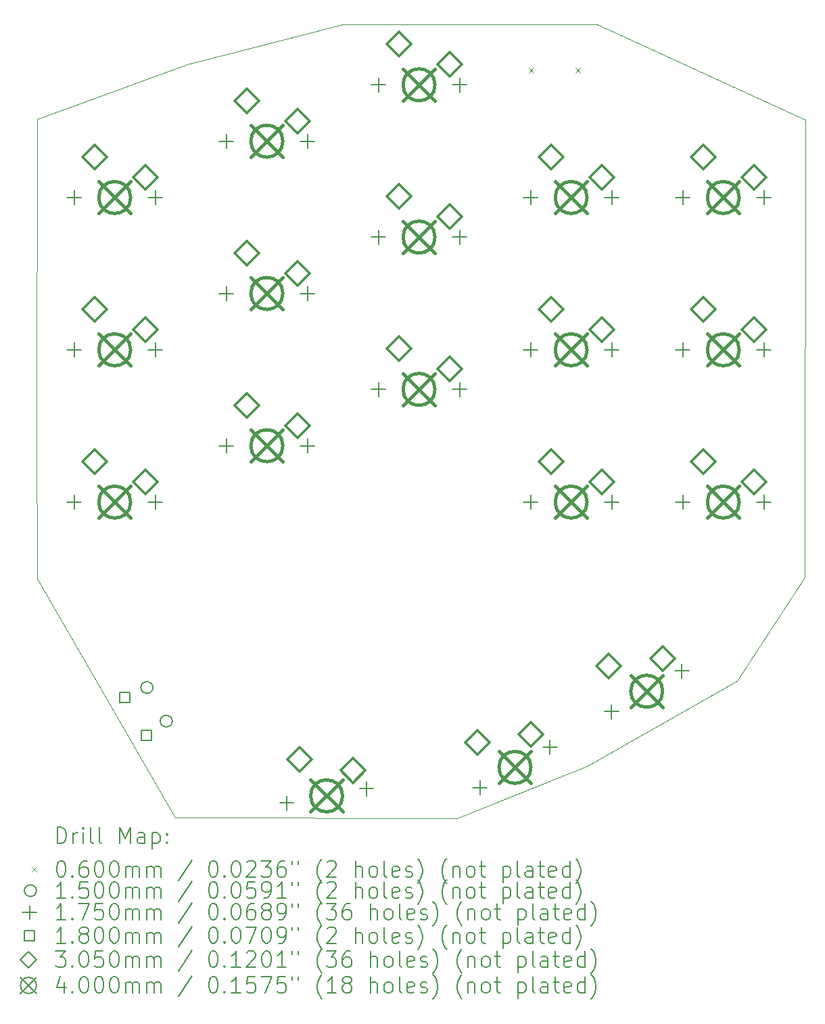
<source format=gbr>
%TF.GenerationSoftware,KiCad,Pcbnew,7.0.9-7.0.9~ubuntu22.04.1*%
%TF.CreationDate,2023-11-28T13:07:07+03:00*%
%TF.ProjectId,Keeb,4b656562-2e6b-4696-9361-645f70636258,rev?*%
%TF.SameCoordinates,Original*%
%TF.FileFunction,Drillmap*%
%TF.FilePolarity,Positive*%
%FSLAX45Y45*%
G04 Gerber Fmt 4.5, Leading zero omitted, Abs format (unit mm)*
G04 Created by KiCad (PCBNEW 7.0.9-7.0.9~ubuntu22.04.1) date 2023-11-28 13:07:07*
%MOMM*%
%LPD*%
G01*
G04 APERTURE LIST*
%ADD10C,0.050000*%
%ADD11C,0.200000*%
%ADD12C,0.100000*%
%ADD13C,0.150000*%
%ADD14C,0.175000*%
%ADD15C,0.180000*%
%ADD16C,0.305000*%
%ADD17C,0.400000*%
G04 APERTURE END LIST*
D10*
X17204000Y-3399000D02*
X19810000Y-4587294D01*
X19803000Y-10309294D01*
X18950000Y-11612000D01*
X17071000Y-12678000D01*
X15449000Y-13327000D01*
X11917000Y-13319000D01*
X10188000Y-10328000D01*
X10183000Y-8436000D01*
X10193000Y-4582000D01*
X12093000Y-3886000D01*
X12100000Y-3886000D01*
X14017000Y-3396294D01*
X15917000Y-3396294D01*
X17204000Y-3399000D01*
D11*
D12*
X16347500Y-3942000D02*
X16407500Y-4002000D01*
X16407500Y-3942000D02*
X16347500Y-4002000D01*
X16925500Y-3942000D02*
X16985500Y-4002000D01*
X16985500Y-3942000D02*
X16925500Y-4002000D01*
D13*
X11638500Y-11691978D02*
G75*
G03*
X11638500Y-11691978I-75000J0D01*
G01*
X11881000Y-12112000D02*
G75*
G03*
X11881000Y-12112000I-75000J0D01*
G01*
D14*
X10652500Y-5474294D02*
X10652500Y-5649294D01*
X10565000Y-5561794D02*
X10740000Y-5561794D01*
X10652500Y-7379294D02*
X10652500Y-7554294D01*
X10565000Y-7466794D02*
X10740000Y-7466794D01*
X10652500Y-9284294D02*
X10652500Y-9459294D01*
X10565000Y-9371794D02*
X10740000Y-9371794D01*
X11668500Y-5474294D02*
X11668500Y-5649294D01*
X11581000Y-5561794D02*
X11756000Y-5561794D01*
X11668500Y-7379294D02*
X11668500Y-7554294D01*
X11581000Y-7466794D02*
X11756000Y-7466794D01*
X11668500Y-9284294D02*
X11668500Y-9459294D01*
X11581000Y-9371794D02*
X11756000Y-9371794D01*
X12557500Y-4769294D02*
X12557500Y-4944294D01*
X12470000Y-4856794D02*
X12645000Y-4856794D01*
X12557500Y-6674294D02*
X12557500Y-6849294D01*
X12470000Y-6761794D02*
X12645000Y-6761794D01*
X12557500Y-8579294D02*
X12557500Y-8754294D01*
X12470000Y-8666794D02*
X12645000Y-8666794D01*
X13313000Y-13047500D02*
X13313000Y-13222500D01*
X13225500Y-13135000D02*
X13400500Y-13135000D01*
X13573500Y-4769294D02*
X13573500Y-4944294D01*
X13486000Y-4856794D02*
X13661000Y-4856794D01*
X13573500Y-6674294D02*
X13573500Y-6849294D01*
X13486000Y-6761794D02*
X13661000Y-6761794D01*
X13573500Y-8579294D02*
X13573500Y-8754294D01*
X13486000Y-8666794D02*
X13661000Y-8666794D01*
X14313565Y-12871073D02*
X14313565Y-13046073D01*
X14226065Y-12958573D02*
X14401065Y-12958573D01*
X14462500Y-4064294D02*
X14462500Y-4239294D01*
X14375000Y-4151794D02*
X14550000Y-4151794D01*
X14462500Y-5969294D02*
X14462500Y-6144294D01*
X14375000Y-6056794D02*
X14550000Y-6056794D01*
X14462500Y-7874294D02*
X14462500Y-8049294D01*
X14375000Y-7961794D02*
X14550000Y-7961794D01*
X15478500Y-4064294D02*
X15478500Y-4239294D01*
X15391000Y-4151794D02*
X15566000Y-4151794D01*
X15478500Y-5969294D02*
X15478500Y-6144294D01*
X15391000Y-6056794D02*
X15566000Y-6056794D01*
X15478500Y-7874294D02*
X15478500Y-8049294D01*
X15391000Y-7961794D02*
X15566000Y-7961794D01*
X15731823Y-12857251D02*
X15731823Y-13032251D01*
X15644323Y-12944751D02*
X15819323Y-12944751D01*
X16367500Y-5474294D02*
X16367500Y-5649294D01*
X16280000Y-5561794D02*
X16455000Y-5561794D01*
X16367500Y-7379294D02*
X16367500Y-7554294D01*
X16280000Y-7466794D02*
X16455000Y-7466794D01*
X16367500Y-9284294D02*
X16367500Y-9459294D01*
X16280000Y-9371794D02*
X16455000Y-9371794D01*
X16611705Y-12349251D02*
X16611705Y-12524251D01*
X16524205Y-12436751D02*
X16699205Y-12436751D01*
X17381602Y-11904751D02*
X17381602Y-12079751D01*
X17294102Y-11992251D02*
X17469102Y-11992251D01*
X17383500Y-5474294D02*
X17383500Y-5649294D01*
X17296000Y-5561794D02*
X17471000Y-5561794D01*
X17383500Y-7379294D02*
X17383500Y-7554294D01*
X17296000Y-7466794D02*
X17471000Y-7466794D01*
X17383500Y-9284294D02*
X17383500Y-9459294D01*
X17296000Y-9371794D02*
X17471000Y-9371794D01*
X18261484Y-11396751D02*
X18261484Y-11571751D01*
X18173984Y-11484251D02*
X18348984Y-11484251D01*
X18272500Y-5474294D02*
X18272500Y-5649294D01*
X18185000Y-5561794D02*
X18360000Y-5561794D01*
X18272500Y-7379294D02*
X18272500Y-7554294D01*
X18185000Y-7466794D02*
X18360000Y-7466794D01*
X18272500Y-9284294D02*
X18272500Y-9459294D01*
X18185000Y-9371794D02*
X18360000Y-9371794D01*
X19288500Y-5474294D02*
X19288500Y-5649294D01*
X19201000Y-5561794D02*
X19376000Y-5561794D01*
X19288500Y-7379294D02*
X19288500Y-7554294D01*
X19201000Y-7466794D02*
X19376000Y-7466794D01*
X19288500Y-9284294D02*
X19288500Y-9459294D01*
X19201000Y-9371794D02*
X19376000Y-9371794D01*
D15*
X11349734Y-11881137D02*
X11349734Y-11753857D01*
X11222454Y-11753857D01*
X11222454Y-11881137D01*
X11349734Y-11881137D01*
X11622234Y-12353121D02*
X11622234Y-12225840D01*
X11494954Y-12225840D01*
X11494954Y-12353121D01*
X11622234Y-12353121D01*
D16*
X10906500Y-5206294D02*
X11059000Y-5053794D01*
X10906500Y-4901294D01*
X10754000Y-5053794D01*
X10906500Y-5206294D01*
X10906500Y-7111294D02*
X11059000Y-6958794D01*
X10906500Y-6806294D01*
X10754000Y-6958794D01*
X10906500Y-7111294D01*
X10906500Y-9016294D02*
X11059000Y-8863794D01*
X10906500Y-8711294D01*
X10754000Y-8863794D01*
X10906500Y-9016294D01*
X11541500Y-5460294D02*
X11694000Y-5307794D01*
X11541500Y-5155294D01*
X11389000Y-5307794D01*
X11541500Y-5460294D01*
X11541500Y-7365294D02*
X11694000Y-7212794D01*
X11541500Y-7060294D01*
X11389000Y-7212794D01*
X11541500Y-7365294D01*
X11541500Y-9270294D02*
X11694000Y-9117794D01*
X11541500Y-8965294D01*
X11389000Y-9117794D01*
X11541500Y-9270294D01*
X12811500Y-4501294D02*
X12964000Y-4348794D01*
X12811500Y-4196294D01*
X12659000Y-4348794D01*
X12811500Y-4501294D01*
X12811500Y-6406294D02*
X12964000Y-6253794D01*
X12811500Y-6101294D01*
X12659000Y-6253794D01*
X12811500Y-6406294D01*
X12811500Y-8311294D02*
X12964000Y-8158794D01*
X12811500Y-8006294D01*
X12659000Y-8158794D01*
X12811500Y-8311294D01*
X13446500Y-4755294D02*
X13599000Y-4602794D01*
X13446500Y-4450294D01*
X13294000Y-4602794D01*
X13446500Y-4755294D01*
X13446500Y-6660294D02*
X13599000Y-6507794D01*
X13446500Y-6355294D01*
X13294000Y-6507794D01*
X13446500Y-6660294D01*
X13446500Y-8565294D02*
X13599000Y-8412794D01*
X13446500Y-8260294D01*
X13294000Y-8412794D01*
X13446500Y-8565294D01*
X13474928Y-12743111D02*
X13627428Y-12590611D01*
X13474928Y-12438111D01*
X13322428Y-12590611D01*
X13474928Y-12743111D01*
X14144387Y-12882986D02*
X14296887Y-12730486D01*
X14144387Y-12577986D01*
X13991887Y-12730486D01*
X14144387Y-12882986D01*
X14716500Y-3796294D02*
X14869000Y-3643794D01*
X14716500Y-3491294D01*
X14564000Y-3643794D01*
X14716500Y-3796294D01*
X14716500Y-5701294D02*
X14869000Y-5548794D01*
X14716500Y-5396294D01*
X14564000Y-5548794D01*
X14716500Y-5701294D01*
X14716500Y-7606294D02*
X14869000Y-7453794D01*
X14716500Y-7301294D01*
X14564000Y-7453794D01*
X14716500Y-7606294D01*
X15351500Y-4050294D02*
X15504000Y-3897794D01*
X15351500Y-3745294D01*
X15199000Y-3897794D01*
X15351500Y-4050294D01*
X15351500Y-5955294D02*
X15504000Y-5802794D01*
X15351500Y-5650294D01*
X15199000Y-5802794D01*
X15351500Y-5955294D01*
X15351500Y-7860294D02*
X15504000Y-7707794D01*
X15351500Y-7555294D01*
X15199000Y-7707794D01*
X15351500Y-7860294D01*
X15697794Y-12530310D02*
X15850294Y-12377810D01*
X15697794Y-12225310D01*
X15545294Y-12377810D01*
X15697794Y-12530310D01*
X16374720Y-12432781D02*
X16527220Y-12280281D01*
X16374720Y-12127781D01*
X16222220Y-12280281D01*
X16374720Y-12432781D01*
X16621500Y-5206294D02*
X16774000Y-5053794D01*
X16621500Y-4901294D01*
X16469000Y-5053794D01*
X16621500Y-5206294D01*
X16621500Y-7111294D02*
X16774000Y-6958794D01*
X16621500Y-6806294D01*
X16469000Y-6958794D01*
X16621500Y-7111294D01*
X16621500Y-9016294D02*
X16774000Y-8863794D01*
X16621500Y-8711294D01*
X16469000Y-8863794D01*
X16621500Y-9016294D01*
X17256500Y-5460294D02*
X17409000Y-5307794D01*
X17256500Y-5155294D01*
X17104000Y-5307794D01*
X17256500Y-5460294D01*
X17256500Y-7365294D02*
X17409000Y-7212794D01*
X17256500Y-7060294D01*
X17104000Y-7212794D01*
X17256500Y-7365294D01*
X17256500Y-9270294D02*
X17409000Y-9117794D01*
X17256500Y-8965294D01*
X17104000Y-9117794D01*
X17256500Y-9270294D01*
X17347572Y-11577810D02*
X17500072Y-11425310D01*
X17347572Y-11272810D01*
X17195072Y-11425310D01*
X17347572Y-11577810D01*
X18024498Y-11480281D02*
X18176998Y-11327781D01*
X18024498Y-11175281D01*
X17871998Y-11327781D01*
X18024498Y-11480281D01*
X18526500Y-5206294D02*
X18679000Y-5053794D01*
X18526500Y-4901294D01*
X18374000Y-5053794D01*
X18526500Y-5206294D01*
X18526500Y-7111294D02*
X18679000Y-6958794D01*
X18526500Y-6806294D01*
X18374000Y-6958794D01*
X18526500Y-7111294D01*
X18526500Y-9016294D02*
X18679000Y-8863794D01*
X18526500Y-8711294D01*
X18374000Y-8863794D01*
X18526500Y-9016294D01*
X19161500Y-5460294D02*
X19314000Y-5307794D01*
X19161500Y-5155294D01*
X19009000Y-5307794D01*
X19161500Y-5460294D01*
X19161500Y-7365294D02*
X19314000Y-7212794D01*
X19161500Y-7060294D01*
X19009000Y-7212794D01*
X19161500Y-7365294D01*
X19161500Y-9270294D02*
X19314000Y-9117794D01*
X19161500Y-8965294D01*
X19009000Y-9117794D01*
X19161500Y-9270294D01*
D17*
X10960500Y-5361794D02*
X11360500Y-5761794D01*
X11360500Y-5361794D02*
X10960500Y-5761794D01*
X11360500Y-5561794D02*
G75*
G03*
X11360500Y-5561794I-200000J0D01*
G01*
X10960500Y-7266794D02*
X11360500Y-7666794D01*
X11360500Y-7266794D02*
X10960500Y-7666794D01*
X11360500Y-7466794D02*
G75*
G03*
X11360500Y-7466794I-200000J0D01*
G01*
X10960500Y-9171794D02*
X11360500Y-9571794D01*
X11360500Y-9171794D02*
X10960500Y-9571794D01*
X11360500Y-9371794D02*
G75*
G03*
X11360500Y-9371794I-200000J0D01*
G01*
X12865500Y-4656794D02*
X13265500Y-5056794D01*
X13265500Y-4656794D02*
X12865500Y-5056794D01*
X13265500Y-4856794D02*
G75*
G03*
X13265500Y-4856794I-200000J0D01*
G01*
X12865500Y-6561794D02*
X13265500Y-6961794D01*
X13265500Y-6561794D02*
X12865500Y-6961794D01*
X13265500Y-6761794D02*
G75*
G03*
X13265500Y-6761794I-200000J0D01*
G01*
X12865500Y-8466794D02*
X13265500Y-8866794D01*
X13265500Y-8466794D02*
X12865500Y-8866794D01*
X13265500Y-8666794D02*
G75*
G03*
X13265500Y-8666794I-200000J0D01*
G01*
X13613282Y-12846787D02*
X14013282Y-13246787D01*
X14013282Y-12846787D02*
X13613282Y-13246787D01*
X14013282Y-13046787D02*
G75*
G03*
X14013282Y-13046787I-200000J0D01*
G01*
X14770500Y-3951794D02*
X15170500Y-4351794D01*
X15170500Y-3951794D02*
X14770500Y-4351794D01*
X15170500Y-4151794D02*
G75*
G03*
X15170500Y-4151794I-200000J0D01*
G01*
X14770500Y-5856794D02*
X15170500Y-6256794D01*
X15170500Y-5856794D02*
X14770500Y-6256794D01*
X15170500Y-6056794D02*
G75*
G03*
X15170500Y-6056794I-200000J0D01*
G01*
X14770500Y-7761794D02*
X15170500Y-8161794D01*
X15170500Y-7761794D02*
X14770500Y-8161794D01*
X15170500Y-7961794D02*
G75*
G03*
X15170500Y-7961794I-200000J0D01*
G01*
X15971764Y-12490751D02*
X16371764Y-12890751D01*
X16371764Y-12490751D02*
X15971764Y-12890751D01*
X16371764Y-12690751D02*
G75*
G03*
X16371764Y-12690751I-200000J0D01*
G01*
X16675500Y-5361794D02*
X17075500Y-5761794D01*
X17075500Y-5361794D02*
X16675500Y-5761794D01*
X17075500Y-5561794D02*
G75*
G03*
X17075500Y-5561794I-200000J0D01*
G01*
X16675500Y-7266794D02*
X17075500Y-7666794D01*
X17075500Y-7266794D02*
X16675500Y-7666794D01*
X17075500Y-7466794D02*
G75*
G03*
X17075500Y-7466794I-200000J0D01*
G01*
X16675500Y-9171794D02*
X17075500Y-9571794D01*
X17075500Y-9171794D02*
X16675500Y-9571794D01*
X17075500Y-9371794D02*
G75*
G03*
X17075500Y-9371794I-200000J0D01*
G01*
X17621543Y-11538251D02*
X18021543Y-11938251D01*
X18021543Y-11538251D02*
X17621543Y-11938251D01*
X18021543Y-11738251D02*
G75*
G03*
X18021543Y-11738251I-200000J0D01*
G01*
X18580500Y-5361794D02*
X18980500Y-5761794D01*
X18980500Y-5361794D02*
X18580500Y-5761794D01*
X18980500Y-5561794D02*
G75*
G03*
X18980500Y-5561794I-200000J0D01*
G01*
X18580500Y-7266794D02*
X18980500Y-7666794D01*
X18980500Y-7266794D02*
X18580500Y-7666794D01*
X18980500Y-7466794D02*
G75*
G03*
X18980500Y-7466794I-200000J0D01*
G01*
X18580500Y-9171794D02*
X18980500Y-9571794D01*
X18980500Y-9171794D02*
X18580500Y-9571794D01*
X18980500Y-9371794D02*
G75*
G03*
X18980500Y-9371794I-200000J0D01*
G01*
D11*
X10441277Y-13640984D02*
X10441277Y-13440984D01*
X10441277Y-13440984D02*
X10488896Y-13440984D01*
X10488896Y-13440984D02*
X10517467Y-13450508D01*
X10517467Y-13450508D02*
X10536515Y-13469555D01*
X10536515Y-13469555D02*
X10546039Y-13488603D01*
X10546039Y-13488603D02*
X10555563Y-13526698D01*
X10555563Y-13526698D02*
X10555563Y-13555269D01*
X10555563Y-13555269D02*
X10546039Y-13593365D01*
X10546039Y-13593365D02*
X10536515Y-13612412D01*
X10536515Y-13612412D02*
X10517467Y-13631460D01*
X10517467Y-13631460D02*
X10488896Y-13640984D01*
X10488896Y-13640984D02*
X10441277Y-13640984D01*
X10641277Y-13640984D02*
X10641277Y-13507650D01*
X10641277Y-13545746D02*
X10650801Y-13526698D01*
X10650801Y-13526698D02*
X10660324Y-13517174D01*
X10660324Y-13517174D02*
X10679372Y-13507650D01*
X10679372Y-13507650D02*
X10698420Y-13507650D01*
X10765086Y-13640984D02*
X10765086Y-13507650D01*
X10765086Y-13440984D02*
X10755563Y-13450508D01*
X10755563Y-13450508D02*
X10765086Y-13460031D01*
X10765086Y-13460031D02*
X10774610Y-13450508D01*
X10774610Y-13450508D02*
X10765086Y-13440984D01*
X10765086Y-13440984D02*
X10765086Y-13460031D01*
X10888896Y-13640984D02*
X10869848Y-13631460D01*
X10869848Y-13631460D02*
X10860324Y-13612412D01*
X10860324Y-13612412D02*
X10860324Y-13440984D01*
X10993658Y-13640984D02*
X10974610Y-13631460D01*
X10974610Y-13631460D02*
X10965086Y-13612412D01*
X10965086Y-13612412D02*
X10965086Y-13440984D01*
X11222229Y-13640984D02*
X11222229Y-13440984D01*
X11222229Y-13440984D02*
X11288896Y-13583841D01*
X11288896Y-13583841D02*
X11355562Y-13440984D01*
X11355562Y-13440984D02*
X11355562Y-13640984D01*
X11536515Y-13640984D02*
X11536515Y-13536222D01*
X11536515Y-13536222D02*
X11526991Y-13517174D01*
X11526991Y-13517174D02*
X11507943Y-13507650D01*
X11507943Y-13507650D02*
X11469848Y-13507650D01*
X11469848Y-13507650D02*
X11450801Y-13517174D01*
X11536515Y-13631460D02*
X11517467Y-13640984D01*
X11517467Y-13640984D02*
X11469848Y-13640984D01*
X11469848Y-13640984D02*
X11450801Y-13631460D01*
X11450801Y-13631460D02*
X11441277Y-13612412D01*
X11441277Y-13612412D02*
X11441277Y-13593365D01*
X11441277Y-13593365D02*
X11450801Y-13574317D01*
X11450801Y-13574317D02*
X11469848Y-13564793D01*
X11469848Y-13564793D02*
X11517467Y-13564793D01*
X11517467Y-13564793D02*
X11536515Y-13555269D01*
X11631753Y-13507650D02*
X11631753Y-13707650D01*
X11631753Y-13517174D02*
X11650801Y-13507650D01*
X11650801Y-13507650D02*
X11688896Y-13507650D01*
X11688896Y-13507650D02*
X11707943Y-13517174D01*
X11707943Y-13517174D02*
X11717467Y-13526698D01*
X11717467Y-13526698D02*
X11726991Y-13545746D01*
X11726991Y-13545746D02*
X11726991Y-13602888D01*
X11726991Y-13602888D02*
X11717467Y-13621936D01*
X11717467Y-13621936D02*
X11707943Y-13631460D01*
X11707943Y-13631460D02*
X11688896Y-13640984D01*
X11688896Y-13640984D02*
X11650801Y-13640984D01*
X11650801Y-13640984D02*
X11631753Y-13631460D01*
X11812705Y-13621936D02*
X11822229Y-13631460D01*
X11822229Y-13631460D02*
X11812705Y-13640984D01*
X11812705Y-13640984D02*
X11803182Y-13631460D01*
X11803182Y-13631460D02*
X11812705Y-13621936D01*
X11812705Y-13621936D02*
X11812705Y-13640984D01*
X11812705Y-13517174D02*
X11822229Y-13526698D01*
X11822229Y-13526698D02*
X11812705Y-13536222D01*
X11812705Y-13536222D02*
X11803182Y-13526698D01*
X11803182Y-13526698D02*
X11812705Y-13517174D01*
X11812705Y-13517174D02*
X11812705Y-13536222D01*
D12*
X10120500Y-13939500D02*
X10180500Y-13999500D01*
X10180500Y-13939500D02*
X10120500Y-13999500D01*
D11*
X10479372Y-13860984D02*
X10498420Y-13860984D01*
X10498420Y-13860984D02*
X10517467Y-13870508D01*
X10517467Y-13870508D02*
X10526991Y-13880031D01*
X10526991Y-13880031D02*
X10536515Y-13899079D01*
X10536515Y-13899079D02*
X10546039Y-13937174D01*
X10546039Y-13937174D02*
X10546039Y-13984793D01*
X10546039Y-13984793D02*
X10536515Y-14022888D01*
X10536515Y-14022888D02*
X10526991Y-14041936D01*
X10526991Y-14041936D02*
X10517467Y-14051460D01*
X10517467Y-14051460D02*
X10498420Y-14060984D01*
X10498420Y-14060984D02*
X10479372Y-14060984D01*
X10479372Y-14060984D02*
X10460324Y-14051460D01*
X10460324Y-14051460D02*
X10450801Y-14041936D01*
X10450801Y-14041936D02*
X10441277Y-14022888D01*
X10441277Y-14022888D02*
X10431753Y-13984793D01*
X10431753Y-13984793D02*
X10431753Y-13937174D01*
X10431753Y-13937174D02*
X10441277Y-13899079D01*
X10441277Y-13899079D02*
X10450801Y-13880031D01*
X10450801Y-13880031D02*
X10460324Y-13870508D01*
X10460324Y-13870508D02*
X10479372Y-13860984D01*
X10631753Y-14041936D02*
X10641277Y-14051460D01*
X10641277Y-14051460D02*
X10631753Y-14060984D01*
X10631753Y-14060984D02*
X10622229Y-14051460D01*
X10622229Y-14051460D02*
X10631753Y-14041936D01*
X10631753Y-14041936D02*
X10631753Y-14060984D01*
X10812705Y-13860984D02*
X10774610Y-13860984D01*
X10774610Y-13860984D02*
X10755563Y-13870508D01*
X10755563Y-13870508D02*
X10746039Y-13880031D01*
X10746039Y-13880031D02*
X10726991Y-13908603D01*
X10726991Y-13908603D02*
X10717467Y-13946698D01*
X10717467Y-13946698D02*
X10717467Y-14022888D01*
X10717467Y-14022888D02*
X10726991Y-14041936D01*
X10726991Y-14041936D02*
X10736515Y-14051460D01*
X10736515Y-14051460D02*
X10755563Y-14060984D01*
X10755563Y-14060984D02*
X10793658Y-14060984D01*
X10793658Y-14060984D02*
X10812705Y-14051460D01*
X10812705Y-14051460D02*
X10822229Y-14041936D01*
X10822229Y-14041936D02*
X10831753Y-14022888D01*
X10831753Y-14022888D02*
X10831753Y-13975269D01*
X10831753Y-13975269D02*
X10822229Y-13956222D01*
X10822229Y-13956222D02*
X10812705Y-13946698D01*
X10812705Y-13946698D02*
X10793658Y-13937174D01*
X10793658Y-13937174D02*
X10755563Y-13937174D01*
X10755563Y-13937174D02*
X10736515Y-13946698D01*
X10736515Y-13946698D02*
X10726991Y-13956222D01*
X10726991Y-13956222D02*
X10717467Y-13975269D01*
X10955563Y-13860984D02*
X10974610Y-13860984D01*
X10974610Y-13860984D02*
X10993658Y-13870508D01*
X10993658Y-13870508D02*
X11003182Y-13880031D01*
X11003182Y-13880031D02*
X11012705Y-13899079D01*
X11012705Y-13899079D02*
X11022229Y-13937174D01*
X11022229Y-13937174D02*
X11022229Y-13984793D01*
X11022229Y-13984793D02*
X11012705Y-14022888D01*
X11012705Y-14022888D02*
X11003182Y-14041936D01*
X11003182Y-14041936D02*
X10993658Y-14051460D01*
X10993658Y-14051460D02*
X10974610Y-14060984D01*
X10974610Y-14060984D02*
X10955563Y-14060984D01*
X10955563Y-14060984D02*
X10936515Y-14051460D01*
X10936515Y-14051460D02*
X10926991Y-14041936D01*
X10926991Y-14041936D02*
X10917467Y-14022888D01*
X10917467Y-14022888D02*
X10907944Y-13984793D01*
X10907944Y-13984793D02*
X10907944Y-13937174D01*
X10907944Y-13937174D02*
X10917467Y-13899079D01*
X10917467Y-13899079D02*
X10926991Y-13880031D01*
X10926991Y-13880031D02*
X10936515Y-13870508D01*
X10936515Y-13870508D02*
X10955563Y-13860984D01*
X11146039Y-13860984D02*
X11165086Y-13860984D01*
X11165086Y-13860984D02*
X11184134Y-13870508D01*
X11184134Y-13870508D02*
X11193658Y-13880031D01*
X11193658Y-13880031D02*
X11203182Y-13899079D01*
X11203182Y-13899079D02*
X11212705Y-13937174D01*
X11212705Y-13937174D02*
X11212705Y-13984793D01*
X11212705Y-13984793D02*
X11203182Y-14022888D01*
X11203182Y-14022888D02*
X11193658Y-14041936D01*
X11193658Y-14041936D02*
X11184134Y-14051460D01*
X11184134Y-14051460D02*
X11165086Y-14060984D01*
X11165086Y-14060984D02*
X11146039Y-14060984D01*
X11146039Y-14060984D02*
X11126991Y-14051460D01*
X11126991Y-14051460D02*
X11117467Y-14041936D01*
X11117467Y-14041936D02*
X11107944Y-14022888D01*
X11107944Y-14022888D02*
X11098420Y-13984793D01*
X11098420Y-13984793D02*
X11098420Y-13937174D01*
X11098420Y-13937174D02*
X11107944Y-13899079D01*
X11107944Y-13899079D02*
X11117467Y-13880031D01*
X11117467Y-13880031D02*
X11126991Y-13870508D01*
X11126991Y-13870508D02*
X11146039Y-13860984D01*
X11298420Y-14060984D02*
X11298420Y-13927650D01*
X11298420Y-13946698D02*
X11307943Y-13937174D01*
X11307943Y-13937174D02*
X11326991Y-13927650D01*
X11326991Y-13927650D02*
X11355563Y-13927650D01*
X11355563Y-13927650D02*
X11374610Y-13937174D01*
X11374610Y-13937174D02*
X11384134Y-13956222D01*
X11384134Y-13956222D02*
X11384134Y-14060984D01*
X11384134Y-13956222D02*
X11393658Y-13937174D01*
X11393658Y-13937174D02*
X11412705Y-13927650D01*
X11412705Y-13927650D02*
X11441277Y-13927650D01*
X11441277Y-13927650D02*
X11460324Y-13937174D01*
X11460324Y-13937174D02*
X11469848Y-13956222D01*
X11469848Y-13956222D02*
X11469848Y-14060984D01*
X11565086Y-14060984D02*
X11565086Y-13927650D01*
X11565086Y-13946698D02*
X11574610Y-13937174D01*
X11574610Y-13937174D02*
X11593658Y-13927650D01*
X11593658Y-13927650D02*
X11622229Y-13927650D01*
X11622229Y-13927650D02*
X11641277Y-13937174D01*
X11641277Y-13937174D02*
X11650801Y-13956222D01*
X11650801Y-13956222D02*
X11650801Y-14060984D01*
X11650801Y-13956222D02*
X11660324Y-13937174D01*
X11660324Y-13937174D02*
X11679372Y-13927650D01*
X11679372Y-13927650D02*
X11707943Y-13927650D01*
X11707943Y-13927650D02*
X11726991Y-13937174D01*
X11726991Y-13937174D02*
X11736515Y-13956222D01*
X11736515Y-13956222D02*
X11736515Y-14060984D01*
X12126991Y-13851460D02*
X11955563Y-14108603D01*
X12384134Y-13860984D02*
X12403182Y-13860984D01*
X12403182Y-13860984D02*
X12422229Y-13870508D01*
X12422229Y-13870508D02*
X12431753Y-13880031D01*
X12431753Y-13880031D02*
X12441277Y-13899079D01*
X12441277Y-13899079D02*
X12450801Y-13937174D01*
X12450801Y-13937174D02*
X12450801Y-13984793D01*
X12450801Y-13984793D02*
X12441277Y-14022888D01*
X12441277Y-14022888D02*
X12431753Y-14041936D01*
X12431753Y-14041936D02*
X12422229Y-14051460D01*
X12422229Y-14051460D02*
X12403182Y-14060984D01*
X12403182Y-14060984D02*
X12384134Y-14060984D01*
X12384134Y-14060984D02*
X12365086Y-14051460D01*
X12365086Y-14051460D02*
X12355563Y-14041936D01*
X12355563Y-14041936D02*
X12346039Y-14022888D01*
X12346039Y-14022888D02*
X12336515Y-13984793D01*
X12336515Y-13984793D02*
X12336515Y-13937174D01*
X12336515Y-13937174D02*
X12346039Y-13899079D01*
X12346039Y-13899079D02*
X12355563Y-13880031D01*
X12355563Y-13880031D02*
X12365086Y-13870508D01*
X12365086Y-13870508D02*
X12384134Y-13860984D01*
X12536515Y-14041936D02*
X12546039Y-14051460D01*
X12546039Y-14051460D02*
X12536515Y-14060984D01*
X12536515Y-14060984D02*
X12526991Y-14051460D01*
X12526991Y-14051460D02*
X12536515Y-14041936D01*
X12536515Y-14041936D02*
X12536515Y-14060984D01*
X12669848Y-13860984D02*
X12688896Y-13860984D01*
X12688896Y-13860984D02*
X12707944Y-13870508D01*
X12707944Y-13870508D02*
X12717467Y-13880031D01*
X12717467Y-13880031D02*
X12726991Y-13899079D01*
X12726991Y-13899079D02*
X12736515Y-13937174D01*
X12736515Y-13937174D02*
X12736515Y-13984793D01*
X12736515Y-13984793D02*
X12726991Y-14022888D01*
X12726991Y-14022888D02*
X12717467Y-14041936D01*
X12717467Y-14041936D02*
X12707944Y-14051460D01*
X12707944Y-14051460D02*
X12688896Y-14060984D01*
X12688896Y-14060984D02*
X12669848Y-14060984D01*
X12669848Y-14060984D02*
X12650801Y-14051460D01*
X12650801Y-14051460D02*
X12641277Y-14041936D01*
X12641277Y-14041936D02*
X12631753Y-14022888D01*
X12631753Y-14022888D02*
X12622229Y-13984793D01*
X12622229Y-13984793D02*
X12622229Y-13937174D01*
X12622229Y-13937174D02*
X12631753Y-13899079D01*
X12631753Y-13899079D02*
X12641277Y-13880031D01*
X12641277Y-13880031D02*
X12650801Y-13870508D01*
X12650801Y-13870508D02*
X12669848Y-13860984D01*
X12812706Y-13880031D02*
X12822229Y-13870508D01*
X12822229Y-13870508D02*
X12841277Y-13860984D01*
X12841277Y-13860984D02*
X12888896Y-13860984D01*
X12888896Y-13860984D02*
X12907944Y-13870508D01*
X12907944Y-13870508D02*
X12917467Y-13880031D01*
X12917467Y-13880031D02*
X12926991Y-13899079D01*
X12926991Y-13899079D02*
X12926991Y-13918127D01*
X12926991Y-13918127D02*
X12917467Y-13946698D01*
X12917467Y-13946698D02*
X12803182Y-14060984D01*
X12803182Y-14060984D02*
X12926991Y-14060984D01*
X12993658Y-13860984D02*
X13117467Y-13860984D01*
X13117467Y-13860984D02*
X13050801Y-13937174D01*
X13050801Y-13937174D02*
X13079372Y-13937174D01*
X13079372Y-13937174D02*
X13098420Y-13946698D01*
X13098420Y-13946698D02*
X13107944Y-13956222D01*
X13107944Y-13956222D02*
X13117467Y-13975269D01*
X13117467Y-13975269D02*
X13117467Y-14022888D01*
X13117467Y-14022888D02*
X13107944Y-14041936D01*
X13107944Y-14041936D02*
X13098420Y-14051460D01*
X13098420Y-14051460D02*
X13079372Y-14060984D01*
X13079372Y-14060984D02*
X13022229Y-14060984D01*
X13022229Y-14060984D02*
X13003182Y-14051460D01*
X13003182Y-14051460D02*
X12993658Y-14041936D01*
X13288896Y-13860984D02*
X13250801Y-13860984D01*
X13250801Y-13860984D02*
X13231753Y-13870508D01*
X13231753Y-13870508D02*
X13222229Y-13880031D01*
X13222229Y-13880031D02*
X13203182Y-13908603D01*
X13203182Y-13908603D02*
X13193658Y-13946698D01*
X13193658Y-13946698D02*
X13193658Y-14022888D01*
X13193658Y-14022888D02*
X13203182Y-14041936D01*
X13203182Y-14041936D02*
X13212706Y-14051460D01*
X13212706Y-14051460D02*
X13231753Y-14060984D01*
X13231753Y-14060984D02*
X13269848Y-14060984D01*
X13269848Y-14060984D02*
X13288896Y-14051460D01*
X13288896Y-14051460D02*
X13298420Y-14041936D01*
X13298420Y-14041936D02*
X13307944Y-14022888D01*
X13307944Y-14022888D02*
X13307944Y-13975269D01*
X13307944Y-13975269D02*
X13298420Y-13956222D01*
X13298420Y-13956222D02*
X13288896Y-13946698D01*
X13288896Y-13946698D02*
X13269848Y-13937174D01*
X13269848Y-13937174D02*
X13231753Y-13937174D01*
X13231753Y-13937174D02*
X13212706Y-13946698D01*
X13212706Y-13946698D02*
X13203182Y-13956222D01*
X13203182Y-13956222D02*
X13193658Y-13975269D01*
X13384134Y-13860984D02*
X13384134Y-13899079D01*
X13460325Y-13860984D02*
X13460325Y-13899079D01*
X13755563Y-14137174D02*
X13746039Y-14127650D01*
X13746039Y-14127650D02*
X13726991Y-14099079D01*
X13726991Y-14099079D02*
X13717468Y-14080031D01*
X13717468Y-14080031D02*
X13707944Y-14051460D01*
X13707944Y-14051460D02*
X13698420Y-14003841D01*
X13698420Y-14003841D02*
X13698420Y-13965746D01*
X13698420Y-13965746D02*
X13707944Y-13918127D01*
X13707944Y-13918127D02*
X13717468Y-13889555D01*
X13717468Y-13889555D02*
X13726991Y-13870508D01*
X13726991Y-13870508D02*
X13746039Y-13841936D01*
X13746039Y-13841936D02*
X13755563Y-13832412D01*
X13822229Y-13880031D02*
X13831753Y-13870508D01*
X13831753Y-13870508D02*
X13850801Y-13860984D01*
X13850801Y-13860984D02*
X13898420Y-13860984D01*
X13898420Y-13860984D02*
X13917468Y-13870508D01*
X13917468Y-13870508D02*
X13926991Y-13880031D01*
X13926991Y-13880031D02*
X13936515Y-13899079D01*
X13936515Y-13899079D02*
X13936515Y-13918127D01*
X13936515Y-13918127D02*
X13926991Y-13946698D01*
X13926991Y-13946698D02*
X13812706Y-14060984D01*
X13812706Y-14060984D02*
X13936515Y-14060984D01*
X14174610Y-14060984D02*
X14174610Y-13860984D01*
X14260325Y-14060984D02*
X14260325Y-13956222D01*
X14260325Y-13956222D02*
X14250801Y-13937174D01*
X14250801Y-13937174D02*
X14231753Y-13927650D01*
X14231753Y-13927650D02*
X14203182Y-13927650D01*
X14203182Y-13927650D02*
X14184134Y-13937174D01*
X14184134Y-13937174D02*
X14174610Y-13946698D01*
X14384134Y-14060984D02*
X14365087Y-14051460D01*
X14365087Y-14051460D02*
X14355563Y-14041936D01*
X14355563Y-14041936D02*
X14346039Y-14022888D01*
X14346039Y-14022888D02*
X14346039Y-13965746D01*
X14346039Y-13965746D02*
X14355563Y-13946698D01*
X14355563Y-13946698D02*
X14365087Y-13937174D01*
X14365087Y-13937174D02*
X14384134Y-13927650D01*
X14384134Y-13927650D02*
X14412706Y-13927650D01*
X14412706Y-13927650D02*
X14431753Y-13937174D01*
X14431753Y-13937174D02*
X14441277Y-13946698D01*
X14441277Y-13946698D02*
X14450801Y-13965746D01*
X14450801Y-13965746D02*
X14450801Y-14022888D01*
X14450801Y-14022888D02*
X14441277Y-14041936D01*
X14441277Y-14041936D02*
X14431753Y-14051460D01*
X14431753Y-14051460D02*
X14412706Y-14060984D01*
X14412706Y-14060984D02*
X14384134Y-14060984D01*
X14565087Y-14060984D02*
X14546039Y-14051460D01*
X14546039Y-14051460D02*
X14536515Y-14032412D01*
X14536515Y-14032412D02*
X14536515Y-13860984D01*
X14717468Y-14051460D02*
X14698420Y-14060984D01*
X14698420Y-14060984D02*
X14660325Y-14060984D01*
X14660325Y-14060984D02*
X14641277Y-14051460D01*
X14641277Y-14051460D02*
X14631753Y-14032412D01*
X14631753Y-14032412D02*
X14631753Y-13956222D01*
X14631753Y-13956222D02*
X14641277Y-13937174D01*
X14641277Y-13937174D02*
X14660325Y-13927650D01*
X14660325Y-13927650D02*
X14698420Y-13927650D01*
X14698420Y-13927650D02*
X14717468Y-13937174D01*
X14717468Y-13937174D02*
X14726991Y-13956222D01*
X14726991Y-13956222D02*
X14726991Y-13975269D01*
X14726991Y-13975269D02*
X14631753Y-13994317D01*
X14803182Y-14051460D02*
X14822230Y-14060984D01*
X14822230Y-14060984D02*
X14860325Y-14060984D01*
X14860325Y-14060984D02*
X14879372Y-14051460D01*
X14879372Y-14051460D02*
X14888896Y-14032412D01*
X14888896Y-14032412D02*
X14888896Y-14022888D01*
X14888896Y-14022888D02*
X14879372Y-14003841D01*
X14879372Y-14003841D02*
X14860325Y-13994317D01*
X14860325Y-13994317D02*
X14831753Y-13994317D01*
X14831753Y-13994317D02*
X14812706Y-13984793D01*
X14812706Y-13984793D02*
X14803182Y-13965746D01*
X14803182Y-13965746D02*
X14803182Y-13956222D01*
X14803182Y-13956222D02*
X14812706Y-13937174D01*
X14812706Y-13937174D02*
X14831753Y-13927650D01*
X14831753Y-13927650D02*
X14860325Y-13927650D01*
X14860325Y-13927650D02*
X14879372Y-13937174D01*
X14955563Y-14137174D02*
X14965087Y-14127650D01*
X14965087Y-14127650D02*
X14984134Y-14099079D01*
X14984134Y-14099079D02*
X14993658Y-14080031D01*
X14993658Y-14080031D02*
X15003182Y-14051460D01*
X15003182Y-14051460D02*
X15012706Y-14003841D01*
X15012706Y-14003841D02*
X15012706Y-13965746D01*
X15012706Y-13965746D02*
X15003182Y-13918127D01*
X15003182Y-13918127D02*
X14993658Y-13889555D01*
X14993658Y-13889555D02*
X14984134Y-13870508D01*
X14984134Y-13870508D02*
X14965087Y-13841936D01*
X14965087Y-13841936D02*
X14955563Y-13832412D01*
X15317468Y-14137174D02*
X15307944Y-14127650D01*
X15307944Y-14127650D02*
X15288896Y-14099079D01*
X15288896Y-14099079D02*
X15279372Y-14080031D01*
X15279372Y-14080031D02*
X15269849Y-14051460D01*
X15269849Y-14051460D02*
X15260325Y-14003841D01*
X15260325Y-14003841D02*
X15260325Y-13965746D01*
X15260325Y-13965746D02*
X15269849Y-13918127D01*
X15269849Y-13918127D02*
X15279372Y-13889555D01*
X15279372Y-13889555D02*
X15288896Y-13870508D01*
X15288896Y-13870508D02*
X15307944Y-13841936D01*
X15307944Y-13841936D02*
X15317468Y-13832412D01*
X15393658Y-13927650D02*
X15393658Y-14060984D01*
X15393658Y-13946698D02*
X15403182Y-13937174D01*
X15403182Y-13937174D02*
X15422230Y-13927650D01*
X15422230Y-13927650D02*
X15450801Y-13927650D01*
X15450801Y-13927650D02*
X15469849Y-13937174D01*
X15469849Y-13937174D02*
X15479372Y-13956222D01*
X15479372Y-13956222D02*
X15479372Y-14060984D01*
X15603182Y-14060984D02*
X15584134Y-14051460D01*
X15584134Y-14051460D02*
X15574611Y-14041936D01*
X15574611Y-14041936D02*
X15565087Y-14022888D01*
X15565087Y-14022888D02*
X15565087Y-13965746D01*
X15565087Y-13965746D02*
X15574611Y-13946698D01*
X15574611Y-13946698D02*
X15584134Y-13937174D01*
X15584134Y-13937174D02*
X15603182Y-13927650D01*
X15603182Y-13927650D02*
X15631753Y-13927650D01*
X15631753Y-13927650D02*
X15650801Y-13937174D01*
X15650801Y-13937174D02*
X15660325Y-13946698D01*
X15660325Y-13946698D02*
X15669849Y-13965746D01*
X15669849Y-13965746D02*
X15669849Y-14022888D01*
X15669849Y-14022888D02*
X15660325Y-14041936D01*
X15660325Y-14041936D02*
X15650801Y-14051460D01*
X15650801Y-14051460D02*
X15631753Y-14060984D01*
X15631753Y-14060984D02*
X15603182Y-14060984D01*
X15726992Y-13927650D02*
X15803182Y-13927650D01*
X15755563Y-13860984D02*
X15755563Y-14032412D01*
X15755563Y-14032412D02*
X15765087Y-14051460D01*
X15765087Y-14051460D02*
X15784134Y-14060984D01*
X15784134Y-14060984D02*
X15803182Y-14060984D01*
X16022230Y-13927650D02*
X16022230Y-14127650D01*
X16022230Y-13937174D02*
X16041277Y-13927650D01*
X16041277Y-13927650D02*
X16079373Y-13927650D01*
X16079373Y-13927650D02*
X16098420Y-13937174D01*
X16098420Y-13937174D02*
X16107944Y-13946698D01*
X16107944Y-13946698D02*
X16117468Y-13965746D01*
X16117468Y-13965746D02*
X16117468Y-14022888D01*
X16117468Y-14022888D02*
X16107944Y-14041936D01*
X16107944Y-14041936D02*
X16098420Y-14051460D01*
X16098420Y-14051460D02*
X16079373Y-14060984D01*
X16079373Y-14060984D02*
X16041277Y-14060984D01*
X16041277Y-14060984D02*
X16022230Y-14051460D01*
X16231753Y-14060984D02*
X16212706Y-14051460D01*
X16212706Y-14051460D02*
X16203182Y-14032412D01*
X16203182Y-14032412D02*
X16203182Y-13860984D01*
X16393658Y-14060984D02*
X16393658Y-13956222D01*
X16393658Y-13956222D02*
X16384134Y-13937174D01*
X16384134Y-13937174D02*
X16365087Y-13927650D01*
X16365087Y-13927650D02*
X16326992Y-13927650D01*
X16326992Y-13927650D02*
X16307944Y-13937174D01*
X16393658Y-14051460D02*
X16374611Y-14060984D01*
X16374611Y-14060984D02*
X16326992Y-14060984D01*
X16326992Y-14060984D02*
X16307944Y-14051460D01*
X16307944Y-14051460D02*
X16298420Y-14032412D01*
X16298420Y-14032412D02*
X16298420Y-14013365D01*
X16298420Y-14013365D02*
X16307944Y-13994317D01*
X16307944Y-13994317D02*
X16326992Y-13984793D01*
X16326992Y-13984793D02*
X16374611Y-13984793D01*
X16374611Y-13984793D02*
X16393658Y-13975269D01*
X16460325Y-13927650D02*
X16536515Y-13927650D01*
X16488896Y-13860984D02*
X16488896Y-14032412D01*
X16488896Y-14032412D02*
X16498420Y-14051460D01*
X16498420Y-14051460D02*
X16517468Y-14060984D01*
X16517468Y-14060984D02*
X16536515Y-14060984D01*
X16679373Y-14051460D02*
X16660325Y-14060984D01*
X16660325Y-14060984D02*
X16622230Y-14060984D01*
X16622230Y-14060984D02*
X16603182Y-14051460D01*
X16603182Y-14051460D02*
X16593658Y-14032412D01*
X16593658Y-14032412D02*
X16593658Y-13956222D01*
X16593658Y-13956222D02*
X16603182Y-13937174D01*
X16603182Y-13937174D02*
X16622230Y-13927650D01*
X16622230Y-13927650D02*
X16660325Y-13927650D01*
X16660325Y-13927650D02*
X16679373Y-13937174D01*
X16679373Y-13937174D02*
X16688896Y-13956222D01*
X16688896Y-13956222D02*
X16688896Y-13975269D01*
X16688896Y-13975269D02*
X16593658Y-13994317D01*
X16860325Y-14060984D02*
X16860325Y-13860984D01*
X16860325Y-14051460D02*
X16841277Y-14060984D01*
X16841277Y-14060984D02*
X16803182Y-14060984D01*
X16803182Y-14060984D02*
X16784135Y-14051460D01*
X16784135Y-14051460D02*
X16774611Y-14041936D01*
X16774611Y-14041936D02*
X16765087Y-14022888D01*
X16765087Y-14022888D02*
X16765087Y-13965746D01*
X16765087Y-13965746D02*
X16774611Y-13946698D01*
X16774611Y-13946698D02*
X16784135Y-13937174D01*
X16784135Y-13937174D02*
X16803182Y-13927650D01*
X16803182Y-13927650D02*
X16841277Y-13927650D01*
X16841277Y-13927650D02*
X16860325Y-13937174D01*
X16936516Y-14137174D02*
X16946039Y-14127650D01*
X16946039Y-14127650D02*
X16965087Y-14099079D01*
X16965087Y-14099079D02*
X16974611Y-14080031D01*
X16974611Y-14080031D02*
X16984135Y-14051460D01*
X16984135Y-14051460D02*
X16993658Y-14003841D01*
X16993658Y-14003841D02*
X16993658Y-13965746D01*
X16993658Y-13965746D02*
X16984135Y-13918127D01*
X16984135Y-13918127D02*
X16974611Y-13889555D01*
X16974611Y-13889555D02*
X16965087Y-13870508D01*
X16965087Y-13870508D02*
X16946039Y-13841936D01*
X16946039Y-13841936D02*
X16936516Y-13832412D01*
D13*
X10180500Y-14233500D02*
G75*
G03*
X10180500Y-14233500I-75000J0D01*
G01*
D11*
X10546039Y-14324984D02*
X10431753Y-14324984D01*
X10488896Y-14324984D02*
X10488896Y-14124984D01*
X10488896Y-14124984D02*
X10469848Y-14153555D01*
X10469848Y-14153555D02*
X10450801Y-14172603D01*
X10450801Y-14172603D02*
X10431753Y-14182127D01*
X10631753Y-14305936D02*
X10641277Y-14315460D01*
X10641277Y-14315460D02*
X10631753Y-14324984D01*
X10631753Y-14324984D02*
X10622229Y-14315460D01*
X10622229Y-14315460D02*
X10631753Y-14305936D01*
X10631753Y-14305936D02*
X10631753Y-14324984D01*
X10822229Y-14124984D02*
X10726991Y-14124984D01*
X10726991Y-14124984D02*
X10717467Y-14220222D01*
X10717467Y-14220222D02*
X10726991Y-14210698D01*
X10726991Y-14210698D02*
X10746039Y-14201174D01*
X10746039Y-14201174D02*
X10793658Y-14201174D01*
X10793658Y-14201174D02*
X10812705Y-14210698D01*
X10812705Y-14210698D02*
X10822229Y-14220222D01*
X10822229Y-14220222D02*
X10831753Y-14239269D01*
X10831753Y-14239269D02*
X10831753Y-14286888D01*
X10831753Y-14286888D02*
X10822229Y-14305936D01*
X10822229Y-14305936D02*
X10812705Y-14315460D01*
X10812705Y-14315460D02*
X10793658Y-14324984D01*
X10793658Y-14324984D02*
X10746039Y-14324984D01*
X10746039Y-14324984D02*
X10726991Y-14315460D01*
X10726991Y-14315460D02*
X10717467Y-14305936D01*
X10955563Y-14124984D02*
X10974610Y-14124984D01*
X10974610Y-14124984D02*
X10993658Y-14134508D01*
X10993658Y-14134508D02*
X11003182Y-14144031D01*
X11003182Y-14144031D02*
X11012705Y-14163079D01*
X11012705Y-14163079D02*
X11022229Y-14201174D01*
X11022229Y-14201174D02*
X11022229Y-14248793D01*
X11022229Y-14248793D02*
X11012705Y-14286888D01*
X11012705Y-14286888D02*
X11003182Y-14305936D01*
X11003182Y-14305936D02*
X10993658Y-14315460D01*
X10993658Y-14315460D02*
X10974610Y-14324984D01*
X10974610Y-14324984D02*
X10955563Y-14324984D01*
X10955563Y-14324984D02*
X10936515Y-14315460D01*
X10936515Y-14315460D02*
X10926991Y-14305936D01*
X10926991Y-14305936D02*
X10917467Y-14286888D01*
X10917467Y-14286888D02*
X10907944Y-14248793D01*
X10907944Y-14248793D02*
X10907944Y-14201174D01*
X10907944Y-14201174D02*
X10917467Y-14163079D01*
X10917467Y-14163079D02*
X10926991Y-14144031D01*
X10926991Y-14144031D02*
X10936515Y-14134508D01*
X10936515Y-14134508D02*
X10955563Y-14124984D01*
X11146039Y-14124984D02*
X11165086Y-14124984D01*
X11165086Y-14124984D02*
X11184134Y-14134508D01*
X11184134Y-14134508D02*
X11193658Y-14144031D01*
X11193658Y-14144031D02*
X11203182Y-14163079D01*
X11203182Y-14163079D02*
X11212705Y-14201174D01*
X11212705Y-14201174D02*
X11212705Y-14248793D01*
X11212705Y-14248793D02*
X11203182Y-14286888D01*
X11203182Y-14286888D02*
X11193658Y-14305936D01*
X11193658Y-14305936D02*
X11184134Y-14315460D01*
X11184134Y-14315460D02*
X11165086Y-14324984D01*
X11165086Y-14324984D02*
X11146039Y-14324984D01*
X11146039Y-14324984D02*
X11126991Y-14315460D01*
X11126991Y-14315460D02*
X11117467Y-14305936D01*
X11117467Y-14305936D02*
X11107944Y-14286888D01*
X11107944Y-14286888D02*
X11098420Y-14248793D01*
X11098420Y-14248793D02*
X11098420Y-14201174D01*
X11098420Y-14201174D02*
X11107944Y-14163079D01*
X11107944Y-14163079D02*
X11117467Y-14144031D01*
X11117467Y-14144031D02*
X11126991Y-14134508D01*
X11126991Y-14134508D02*
X11146039Y-14124984D01*
X11298420Y-14324984D02*
X11298420Y-14191650D01*
X11298420Y-14210698D02*
X11307943Y-14201174D01*
X11307943Y-14201174D02*
X11326991Y-14191650D01*
X11326991Y-14191650D02*
X11355563Y-14191650D01*
X11355563Y-14191650D02*
X11374610Y-14201174D01*
X11374610Y-14201174D02*
X11384134Y-14220222D01*
X11384134Y-14220222D02*
X11384134Y-14324984D01*
X11384134Y-14220222D02*
X11393658Y-14201174D01*
X11393658Y-14201174D02*
X11412705Y-14191650D01*
X11412705Y-14191650D02*
X11441277Y-14191650D01*
X11441277Y-14191650D02*
X11460324Y-14201174D01*
X11460324Y-14201174D02*
X11469848Y-14220222D01*
X11469848Y-14220222D02*
X11469848Y-14324984D01*
X11565086Y-14324984D02*
X11565086Y-14191650D01*
X11565086Y-14210698D02*
X11574610Y-14201174D01*
X11574610Y-14201174D02*
X11593658Y-14191650D01*
X11593658Y-14191650D02*
X11622229Y-14191650D01*
X11622229Y-14191650D02*
X11641277Y-14201174D01*
X11641277Y-14201174D02*
X11650801Y-14220222D01*
X11650801Y-14220222D02*
X11650801Y-14324984D01*
X11650801Y-14220222D02*
X11660324Y-14201174D01*
X11660324Y-14201174D02*
X11679372Y-14191650D01*
X11679372Y-14191650D02*
X11707943Y-14191650D01*
X11707943Y-14191650D02*
X11726991Y-14201174D01*
X11726991Y-14201174D02*
X11736515Y-14220222D01*
X11736515Y-14220222D02*
X11736515Y-14324984D01*
X12126991Y-14115460D02*
X11955563Y-14372603D01*
X12384134Y-14124984D02*
X12403182Y-14124984D01*
X12403182Y-14124984D02*
X12422229Y-14134508D01*
X12422229Y-14134508D02*
X12431753Y-14144031D01*
X12431753Y-14144031D02*
X12441277Y-14163079D01*
X12441277Y-14163079D02*
X12450801Y-14201174D01*
X12450801Y-14201174D02*
X12450801Y-14248793D01*
X12450801Y-14248793D02*
X12441277Y-14286888D01*
X12441277Y-14286888D02*
X12431753Y-14305936D01*
X12431753Y-14305936D02*
X12422229Y-14315460D01*
X12422229Y-14315460D02*
X12403182Y-14324984D01*
X12403182Y-14324984D02*
X12384134Y-14324984D01*
X12384134Y-14324984D02*
X12365086Y-14315460D01*
X12365086Y-14315460D02*
X12355563Y-14305936D01*
X12355563Y-14305936D02*
X12346039Y-14286888D01*
X12346039Y-14286888D02*
X12336515Y-14248793D01*
X12336515Y-14248793D02*
X12336515Y-14201174D01*
X12336515Y-14201174D02*
X12346039Y-14163079D01*
X12346039Y-14163079D02*
X12355563Y-14144031D01*
X12355563Y-14144031D02*
X12365086Y-14134508D01*
X12365086Y-14134508D02*
X12384134Y-14124984D01*
X12536515Y-14305936D02*
X12546039Y-14315460D01*
X12546039Y-14315460D02*
X12536515Y-14324984D01*
X12536515Y-14324984D02*
X12526991Y-14315460D01*
X12526991Y-14315460D02*
X12536515Y-14305936D01*
X12536515Y-14305936D02*
X12536515Y-14324984D01*
X12669848Y-14124984D02*
X12688896Y-14124984D01*
X12688896Y-14124984D02*
X12707944Y-14134508D01*
X12707944Y-14134508D02*
X12717467Y-14144031D01*
X12717467Y-14144031D02*
X12726991Y-14163079D01*
X12726991Y-14163079D02*
X12736515Y-14201174D01*
X12736515Y-14201174D02*
X12736515Y-14248793D01*
X12736515Y-14248793D02*
X12726991Y-14286888D01*
X12726991Y-14286888D02*
X12717467Y-14305936D01*
X12717467Y-14305936D02*
X12707944Y-14315460D01*
X12707944Y-14315460D02*
X12688896Y-14324984D01*
X12688896Y-14324984D02*
X12669848Y-14324984D01*
X12669848Y-14324984D02*
X12650801Y-14315460D01*
X12650801Y-14315460D02*
X12641277Y-14305936D01*
X12641277Y-14305936D02*
X12631753Y-14286888D01*
X12631753Y-14286888D02*
X12622229Y-14248793D01*
X12622229Y-14248793D02*
X12622229Y-14201174D01*
X12622229Y-14201174D02*
X12631753Y-14163079D01*
X12631753Y-14163079D02*
X12641277Y-14144031D01*
X12641277Y-14144031D02*
X12650801Y-14134508D01*
X12650801Y-14134508D02*
X12669848Y-14124984D01*
X12917467Y-14124984D02*
X12822229Y-14124984D01*
X12822229Y-14124984D02*
X12812706Y-14220222D01*
X12812706Y-14220222D02*
X12822229Y-14210698D01*
X12822229Y-14210698D02*
X12841277Y-14201174D01*
X12841277Y-14201174D02*
X12888896Y-14201174D01*
X12888896Y-14201174D02*
X12907944Y-14210698D01*
X12907944Y-14210698D02*
X12917467Y-14220222D01*
X12917467Y-14220222D02*
X12926991Y-14239269D01*
X12926991Y-14239269D02*
X12926991Y-14286888D01*
X12926991Y-14286888D02*
X12917467Y-14305936D01*
X12917467Y-14305936D02*
X12907944Y-14315460D01*
X12907944Y-14315460D02*
X12888896Y-14324984D01*
X12888896Y-14324984D02*
X12841277Y-14324984D01*
X12841277Y-14324984D02*
X12822229Y-14315460D01*
X12822229Y-14315460D02*
X12812706Y-14305936D01*
X13022229Y-14324984D02*
X13060325Y-14324984D01*
X13060325Y-14324984D02*
X13079372Y-14315460D01*
X13079372Y-14315460D02*
X13088896Y-14305936D01*
X13088896Y-14305936D02*
X13107944Y-14277365D01*
X13107944Y-14277365D02*
X13117467Y-14239269D01*
X13117467Y-14239269D02*
X13117467Y-14163079D01*
X13117467Y-14163079D02*
X13107944Y-14144031D01*
X13107944Y-14144031D02*
X13098420Y-14134508D01*
X13098420Y-14134508D02*
X13079372Y-14124984D01*
X13079372Y-14124984D02*
X13041277Y-14124984D01*
X13041277Y-14124984D02*
X13022229Y-14134508D01*
X13022229Y-14134508D02*
X13012706Y-14144031D01*
X13012706Y-14144031D02*
X13003182Y-14163079D01*
X13003182Y-14163079D02*
X13003182Y-14210698D01*
X13003182Y-14210698D02*
X13012706Y-14229746D01*
X13012706Y-14229746D02*
X13022229Y-14239269D01*
X13022229Y-14239269D02*
X13041277Y-14248793D01*
X13041277Y-14248793D02*
X13079372Y-14248793D01*
X13079372Y-14248793D02*
X13098420Y-14239269D01*
X13098420Y-14239269D02*
X13107944Y-14229746D01*
X13107944Y-14229746D02*
X13117467Y-14210698D01*
X13307944Y-14324984D02*
X13193658Y-14324984D01*
X13250801Y-14324984D02*
X13250801Y-14124984D01*
X13250801Y-14124984D02*
X13231753Y-14153555D01*
X13231753Y-14153555D02*
X13212706Y-14172603D01*
X13212706Y-14172603D02*
X13193658Y-14182127D01*
X13384134Y-14124984D02*
X13384134Y-14163079D01*
X13460325Y-14124984D02*
X13460325Y-14163079D01*
X13755563Y-14401174D02*
X13746039Y-14391650D01*
X13746039Y-14391650D02*
X13726991Y-14363079D01*
X13726991Y-14363079D02*
X13717468Y-14344031D01*
X13717468Y-14344031D02*
X13707944Y-14315460D01*
X13707944Y-14315460D02*
X13698420Y-14267841D01*
X13698420Y-14267841D02*
X13698420Y-14229746D01*
X13698420Y-14229746D02*
X13707944Y-14182127D01*
X13707944Y-14182127D02*
X13717468Y-14153555D01*
X13717468Y-14153555D02*
X13726991Y-14134508D01*
X13726991Y-14134508D02*
X13746039Y-14105936D01*
X13746039Y-14105936D02*
X13755563Y-14096412D01*
X13822229Y-14144031D02*
X13831753Y-14134508D01*
X13831753Y-14134508D02*
X13850801Y-14124984D01*
X13850801Y-14124984D02*
X13898420Y-14124984D01*
X13898420Y-14124984D02*
X13917468Y-14134508D01*
X13917468Y-14134508D02*
X13926991Y-14144031D01*
X13926991Y-14144031D02*
X13936515Y-14163079D01*
X13936515Y-14163079D02*
X13936515Y-14182127D01*
X13936515Y-14182127D02*
X13926991Y-14210698D01*
X13926991Y-14210698D02*
X13812706Y-14324984D01*
X13812706Y-14324984D02*
X13936515Y-14324984D01*
X14174610Y-14324984D02*
X14174610Y-14124984D01*
X14260325Y-14324984D02*
X14260325Y-14220222D01*
X14260325Y-14220222D02*
X14250801Y-14201174D01*
X14250801Y-14201174D02*
X14231753Y-14191650D01*
X14231753Y-14191650D02*
X14203182Y-14191650D01*
X14203182Y-14191650D02*
X14184134Y-14201174D01*
X14184134Y-14201174D02*
X14174610Y-14210698D01*
X14384134Y-14324984D02*
X14365087Y-14315460D01*
X14365087Y-14315460D02*
X14355563Y-14305936D01*
X14355563Y-14305936D02*
X14346039Y-14286888D01*
X14346039Y-14286888D02*
X14346039Y-14229746D01*
X14346039Y-14229746D02*
X14355563Y-14210698D01*
X14355563Y-14210698D02*
X14365087Y-14201174D01*
X14365087Y-14201174D02*
X14384134Y-14191650D01*
X14384134Y-14191650D02*
X14412706Y-14191650D01*
X14412706Y-14191650D02*
X14431753Y-14201174D01*
X14431753Y-14201174D02*
X14441277Y-14210698D01*
X14441277Y-14210698D02*
X14450801Y-14229746D01*
X14450801Y-14229746D02*
X14450801Y-14286888D01*
X14450801Y-14286888D02*
X14441277Y-14305936D01*
X14441277Y-14305936D02*
X14431753Y-14315460D01*
X14431753Y-14315460D02*
X14412706Y-14324984D01*
X14412706Y-14324984D02*
X14384134Y-14324984D01*
X14565087Y-14324984D02*
X14546039Y-14315460D01*
X14546039Y-14315460D02*
X14536515Y-14296412D01*
X14536515Y-14296412D02*
X14536515Y-14124984D01*
X14717468Y-14315460D02*
X14698420Y-14324984D01*
X14698420Y-14324984D02*
X14660325Y-14324984D01*
X14660325Y-14324984D02*
X14641277Y-14315460D01*
X14641277Y-14315460D02*
X14631753Y-14296412D01*
X14631753Y-14296412D02*
X14631753Y-14220222D01*
X14631753Y-14220222D02*
X14641277Y-14201174D01*
X14641277Y-14201174D02*
X14660325Y-14191650D01*
X14660325Y-14191650D02*
X14698420Y-14191650D01*
X14698420Y-14191650D02*
X14717468Y-14201174D01*
X14717468Y-14201174D02*
X14726991Y-14220222D01*
X14726991Y-14220222D02*
X14726991Y-14239269D01*
X14726991Y-14239269D02*
X14631753Y-14258317D01*
X14803182Y-14315460D02*
X14822230Y-14324984D01*
X14822230Y-14324984D02*
X14860325Y-14324984D01*
X14860325Y-14324984D02*
X14879372Y-14315460D01*
X14879372Y-14315460D02*
X14888896Y-14296412D01*
X14888896Y-14296412D02*
X14888896Y-14286888D01*
X14888896Y-14286888D02*
X14879372Y-14267841D01*
X14879372Y-14267841D02*
X14860325Y-14258317D01*
X14860325Y-14258317D02*
X14831753Y-14258317D01*
X14831753Y-14258317D02*
X14812706Y-14248793D01*
X14812706Y-14248793D02*
X14803182Y-14229746D01*
X14803182Y-14229746D02*
X14803182Y-14220222D01*
X14803182Y-14220222D02*
X14812706Y-14201174D01*
X14812706Y-14201174D02*
X14831753Y-14191650D01*
X14831753Y-14191650D02*
X14860325Y-14191650D01*
X14860325Y-14191650D02*
X14879372Y-14201174D01*
X14955563Y-14401174D02*
X14965087Y-14391650D01*
X14965087Y-14391650D02*
X14984134Y-14363079D01*
X14984134Y-14363079D02*
X14993658Y-14344031D01*
X14993658Y-14344031D02*
X15003182Y-14315460D01*
X15003182Y-14315460D02*
X15012706Y-14267841D01*
X15012706Y-14267841D02*
X15012706Y-14229746D01*
X15012706Y-14229746D02*
X15003182Y-14182127D01*
X15003182Y-14182127D02*
X14993658Y-14153555D01*
X14993658Y-14153555D02*
X14984134Y-14134508D01*
X14984134Y-14134508D02*
X14965087Y-14105936D01*
X14965087Y-14105936D02*
X14955563Y-14096412D01*
X15317468Y-14401174D02*
X15307944Y-14391650D01*
X15307944Y-14391650D02*
X15288896Y-14363079D01*
X15288896Y-14363079D02*
X15279372Y-14344031D01*
X15279372Y-14344031D02*
X15269849Y-14315460D01*
X15269849Y-14315460D02*
X15260325Y-14267841D01*
X15260325Y-14267841D02*
X15260325Y-14229746D01*
X15260325Y-14229746D02*
X15269849Y-14182127D01*
X15269849Y-14182127D02*
X15279372Y-14153555D01*
X15279372Y-14153555D02*
X15288896Y-14134508D01*
X15288896Y-14134508D02*
X15307944Y-14105936D01*
X15307944Y-14105936D02*
X15317468Y-14096412D01*
X15393658Y-14191650D02*
X15393658Y-14324984D01*
X15393658Y-14210698D02*
X15403182Y-14201174D01*
X15403182Y-14201174D02*
X15422230Y-14191650D01*
X15422230Y-14191650D02*
X15450801Y-14191650D01*
X15450801Y-14191650D02*
X15469849Y-14201174D01*
X15469849Y-14201174D02*
X15479372Y-14220222D01*
X15479372Y-14220222D02*
X15479372Y-14324984D01*
X15603182Y-14324984D02*
X15584134Y-14315460D01*
X15584134Y-14315460D02*
X15574611Y-14305936D01*
X15574611Y-14305936D02*
X15565087Y-14286888D01*
X15565087Y-14286888D02*
X15565087Y-14229746D01*
X15565087Y-14229746D02*
X15574611Y-14210698D01*
X15574611Y-14210698D02*
X15584134Y-14201174D01*
X15584134Y-14201174D02*
X15603182Y-14191650D01*
X15603182Y-14191650D02*
X15631753Y-14191650D01*
X15631753Y-14191650D02*
X15650801Y-14201174D01*
X15650801Y-14201174D02*
X15660325Y-14210698D01*
X15660325Y-14210698D02*
X15669849Y-14229746D01*
X15669849Y-14229746D02*
X15669849Y-14286888D01*
X15669849Y-14286888D02*
X15660325Y-14305936D01*
X15660325Y-14305936D02*
X15650801Y-14315460D01*
X15650801Y-14315460D02*
X15631753Y-14324984D01*
X15631753Y-14324984D02*
X15603182Y-14324984D01*
X15726992Y-14191650D02*
X15803182Y-14191650D01*
X15755563Y-14124984D02*
X15755563Y-14296412D01*
X15755563Y-14296412D02*
X15765087Y-14315460D01*
X15765087Y-14315460D02*
X15784134Y-14324984D01*
X15784134Y-14324984D02*
X15803182Y-14324984D01*
X16022230Y-14191650D02*
X16022230Y-14391650D01*
X16022230Y-14201174D02*
X16041277Y-14191650D01*
X16041277Y-14191650D02*
X16079373Y-14191650D01*
X16079373Y-14191650D02*
X16098420Y-14201174D01*
X16098420Y-14201174D02*
X16107944Y-14210698D01*
X16107944Y-14210698D02*
X16117468Y-14229746D01*
X16117468Y-14229746D02*
X16117468Y-14286888D01*
X16117468Y-14286888D02*
X16107944Y-14305936D01*
X16107944Y-14305936D02*
X16098420Y-14315460D01*
X16098420Y-14315460D02*
X16079373Y-14324984D01*
X16079373Y-14324984D02*
X16041277Y-14324984D01*
X16041277Y-14324984D02*
X16022230Y-14315460D01*
X16231753Y-14324984D02*
X16212706Y-14315460D01*
X16212706Y-14315460D02*
X16203182Y-14296412D01*
X16203182Y-14296412D02*
X16203182Y-14124984D01*
X16393658Y-14324984D02*
X16393658Y-14220222D01*
X16393658Y-14220222D02*
X16384134Y-14201174D01*
X16384134Y-14201174D02*
X16365087Y-14191650D01*
X16365087Y-14191650D02*
X16326992Y-14191650D01*
X16326992Y-14191650D02*
X16307944Y-14201174D01*
X16393658Y-14315460D02*
X16374611Y-14324984D01*
X16374611Y-14324984D02*
X16326992Y-14324984D01*
X16326992Y-14324984D02*
X16307944Y-14315460D01*
X16307944Y-14315460D02*
X16298420Y-14296412D01*
X16298420Y-14296412D02*
X16298420Y-14277365D01*
X16298420Y-14277365D02*
X16307944Y-14258317D01*
X16307944Y-14258317D02*
X16326992Y-14248793D01*
X16326992Y-14248793D02*
X16374611Y-14248793D01*
X16374611Y-14248793D02*
X16393658Y-14239269D01*
X16460325Y-14191650D02*
X16536515Y-14191650D01*
X16488896Y-14124984D02*
X16488896Y-14296412D01*
X16488896Y-14296412D02*
X16498420Y-14315460D01*
X16498420Y-14315460D02*
X16517468Y-14324984D01*
X16517468Y-14324984D02*
X16536515Y-14324984D01*
X16679373Y-14315460D02*
X16660325Y-14324984D01*
X16660325Y-14324984D02*
X16622230Y-14324984D01*
X16622230Y-14324984D02*
X16603182Y-14315460D01*
X16603182Y-14315460D02*
X16593658Y-14296412D01*
X16593658Y-14296412D02*
X16593658Y-14220222D01*
X16593658Y-14220222D02*
X16603182Y-14201174D01*
X16603182Y-14201174D02*
X16622230Y-14191650D01*
X16622230Y-14191650D02*
X16660325Y-14191650D01*
X16660325Y-14191650D02*
X16679373Y-14201174D01*
X16679373Y-14201174D02*
X16688896Y-14220222D01*
X16688896Y-14220222D02*
X16688896Y-14239269D01*
X16688896Y-14239269D02*
X16593658Y-14258317D01*
X16860325Y-14324984D02*
X16860325Y-14124984D01*
X16860325Y-14315460D02*
X16841277Y-14324984D01*
X16841277Y-14324984D02*
X16803182Y-14324984D01*
X16803182Y-14324984D02*
X16784135Y-14315460D01*
X16784135Y-14315460D02*
X16774611Y-14305936D01*
X16774611Y-14305936D02*
X16765087Y-14286888D01*
X16765087Y-14286888D02*
X16765087Y-14229746D01*
X16765087Y-14229746D02*
X16774611Y-14210698D01*
X16774611Y-14210698D02*
X16784135Y-14201174D01*
X16784135Y-14201174D02*
X16803182Y-14191650D01*
X16803182Y-14191650D02*
X16841277Y-14191650D01*
X16841277Y-14191650D02*
X16860325Y-14201174D01*
X16936516Y-14401174D02*
X16946039Y-14391650D01*
X16946039Y-14391650D02*
X16965087Y-14363079D01*
X16965087Y-14363079D02*
X16974611Y-14344031D01*
X16974611Y-14344031D02*
X16984135Y-14315460D01*
X16984135Y-14315460D02*
X16993658Y-14267841D01*
X16993658Y-14267841D02*
X16993658Y-14229746D01*
X16993658Y-14229746D02*
X16984135Y-14182127D01*
X16984135Y-14182127D02*
X16974611Y-14153555D01*
X16974611Y-14153555D02*
X16965087Y-14134508D01*
X16965087Y-14134508D02*
X16946039Y-14105936D01*
X16946039Y-14105936D02*
X16936516Y-14096412D01*
D14*
X10093000Y-14416000D02*
X10093000Y-14591000D01*
X10005500Y-14503500D02*
X10180500Y-14503500D01*
D11*
X10546039Y-14594984D02*
X10431753Y-14594984D01*
X10488896Y-14594984D02*
X10488896Y-14394984D01*
X10488896Y-14394984D02*
X10469848Y-14423555D01*
X10469848Y-14423555D02*
X10450801Y-14442603D01*
X10450801Y-14442603D02*
X10431753Y-14452127D01*
X10631753Y-14575936D02*
X10641277Y-14585460D01*
X10641277Y-14585460D02*
X10631753Y-14594984D01*
X10631753Y-14594984D02*
X10622229Y-14585460D01*
X10622229Y-14585460D02*
X10631753Y-14575936D01*
X10631753Y-14575936D02*
X10631753Y-14594984D01*
X10707944Y-14394984D02*
X10841277Y-14394984D01*
X10841277Y-14394984D02*
X10755563Y-14594984D01*
X11012705Y-14394984D02*
X10917467Y-14394984D01*
X10917467Y-14394984D02*
X10907944Y-14490222D01*
X10907944Y-14490222D02*
X10917467Y-14480698D01*
X10917467Y-14480698D02*
X10936515Y-14471174D01*
X10936515Y-14471174D02*
X10984134Y-14471174D01*
X10984134Y-14471174D02*
X11003182Y-14480698D01*
X11003182Y-14480698D02*
X11012705Y-14490222D01*
X11012705Y-14490222D02*
X11022229Y-14509269D01*
X11022229Y-14509269D02*
X11022229Y-14556888D01*
X11022229Y-14556888D02*
X11012705Y-14575936D01*
X11012705Y-14575936D02*
X11003182Y-14585460D01*
X11003182Y-14585460D02*
X10984134Y-14594984D01*
X10984134Y-14594984D02*
X10936515Y-14594984D01*
X10936515Y-14594984D02*
X10917467Y-14585460D01*
X10917467Y-14585460D02*
X10907944Y-14575936D01*
X11146039Y-14394984D02*
X11165086Y-14394984D01*
X11165086Y-14394984D02*
X11184134Y-14404508D01*
X11184134Y-14404508D02*
X11193658Y-14414031D01*
X11193658Y-14414031D02*
X11203182Y-14433079D01*
X11203182Y-14433079D02*
X11212705Y-14471174D01*
X11212705Y-14471174D02*
X11212705Y-14518793D01*
X11212705Y-14518793D02*
X11203182Y-14556888D01*
X11203182Y-14556888D02*
X11193658Y-14575936D01*
X11193658Y-14575936D02*
X11184134Y-14585460D01*
X11184134Y-14585460D02*
X11165086Y-14594984D01*
X11165086Y-14594984D02*
X11146039Y-14594984D01*
X11146039Y-14594984D02*
X11126991Y-14585460D01*
X11126991Y-14585460D02*
X11117467Y-14575936D01*
X11117467Y-14575936D02*
X11107944Y-14556888D01*
X11107944Y-14556888D02*
X11098420Y-14518793D01*
X11098420Y-14518793D02*
X11098420Y-14471174D01*
X11098420Y-14471174D02*
X11107944Y-14433079D01*
X11107944Y-14433079D02*
X11117467Y-14414031D01*
X11117467Y-14414031D02*
X11126991Y-14404508D01*
X11126991Y-14404508D02*
X11146039Y-14394984D01*
X11298420Y-14594984D02*
X11298420Y-14461650D01*
X11298420Y-14480698D02*
X11307943Y-14471174D01*
X11307943Y-14471174D02*
X11326991Y-14461650D01*
X11326991Y-14461650D02*
X11355563Y-14461650D01*
X11355563Y-14461650D02*
X11374610Y-14471174D01*
X11374610Y-14471174D02*
X11384134Y-14490222D01*
X11384134Y-14490222D02*
X11384134Y-14594984D01*
X11384134Y-14490222D02*
X11393658Y-14471174D01*
X11393658Y-14471174D02*
X11412705Y-14461650D01*
X11412705Y-14461650D02*
X11441277Y-14461650D01*
X11441277Y-14461650D02*
X11460324Y-14471174D01*
X11460324Y-14471174D02*
X11469848Y-14490222D01*
X11469848Y-14490222D02*
X11469848Y-14594984D01*
X11565086Y-14594984D02*
X11565086Y-14461650D01*
X11565086Y-14480698D02*
X11574610Y-14471174D01*
X11574610Y-14471174D02*
X11593658Y-14461650D01*
X11593658Y-14461650D02*
X11622229Y-14461650D01*
X11622229Y-14461650D02*
X11641277Y-14471174D01*
X11641277Y-14471174D02*
X11650801Y-14490222D01*
X11650801Y-14490222D02*
X11650801Y-14594984D01*
X11650801Y-14490222D02*
X11660324Y-14471174D01*
X11660324Y-14471174D02*
X11679372Y-14461650D01*
X11679372Y-14461650D02*
X11707943Y-14461650D01*
X11707943Y-14461650D02*
X11726991Y-14471174D01*
X11726991Y-14471174D02*
X11736515Y-14490222D01*
X11736515Y-14490222D02*
X11736515Y-14594984D01*
X12126991Y-14385460D02*
X11955563Y-14642603D01*
X12384134Y-14394984D02*
X12403182Y-14394984D01*
X12403182Y-14394984D02*
X12422229Y-14404508D01*
X12422229Y-14404508D02*
X12431753Y-14414031D01*
X12431753Y-14414031D02*
X12441277Y-14433079D01*
X12441277Y-14433079D02*
X12450801Y-14471174D01*
X12450801Y-14471174D02*
X12450801Y-14518793D01*
X12450801Y-14518793D02*
X12441277Y-14556888D01*
X12441277Y-14556888D02*
X12431753Y-14575936D01*
X12431753Y-14575936D02*
X12422229Y-14585460D01*
X12422229Y-14585460D02*
X12403182Y-14594984D01*
X12403182Y-14594984D02*
X12384134Y-14594984D01*
X12384134Y-14594984D02*
X12365086Y-14585460D01*
X12365086Y-14585460D02*
X12355563Y-14575936D01*
X12355563Y-14575936D02*
X12346039Y-14556888D01*
X12346039Y-14556888D02*
X12336515Y-14518793D01*
X12336515Y-14518793D02*
X12336515Y-14471174D01*
X12336515Y-14471174D02*
X12346039Y-14433079D01*
X12346039Y-14433079D02*
X12355563Y-14414031D01*
X12355563Y-14414031D02*
X12365086Y-14404508D01*
X12365086Y-14404508D02*
X12384134Y-14394984D01*
X12536515Y-14575936D02*
X12546039Y-14585460D01*
X12546039Y-14585460D02*
X12536515Y-14594984D01*
X12536515Y-14594984D02*
X12526991Y-14585460D01*
X12526991Y-14585460D02*
X12536515Y-14575936D01*
X12536515Y-14575936D02*
X12536515Y-14594984D01*
X12669848Y-14394984D02*
X12688896Y-14394984D01*
X12688896Y-14394984D02*
X12707944Y-14404508D01*
X12707944Y-14404508D02*
X12717467Y-14414031D01*
X12717467Y-14414031D02*
X12726991Y-14433079D01*
X12726991Y-14433079D02*
X12736515Y-14471174D01*
X12736515Y-14471174D02*
X12736515Y-14518793D01*
X12736515Y-14518793D02*
X12726991Y-14556888D01*
X12726991Y-14556888D02*
X12717467Y-14575936D01*
X12717467Y-14575936D02*
X12707944Y-14585460D01*
X12707944Y-14585460D02*
X12688896Y-14594984D01*
X12688896Y-14594984D02*
X12669848Y-14594984D01*
X12669848Y-14594984D02*
X12650801Y-14585460D01*
X12650801Y-14585460D02*
X12641277Y-14575936D01*
X12641277Y-14575936D02*
X12631753Y-14556888D01*
X12631753Y-14556888D02*
X12622229Y-14518793D01*
X12622229Y-14518793D02*
X12622229Y-14471174D01*
X12622229Y-14471174D02*
X12631753Y-14433079D01*
X12631753Y-14433079D02*
X12641277Y-14414031D01*
X12641277Y-14414031D02*
X12650801Y-14404508D01*
X12650801Y-14404508D02*
X12669848Y-14394984D01*
X12907944Y-14394984D02*
X12869848Y-14394984D01*
X12869848Y-14394984D02*
X12850801Y-14404508D01*
X12850801Y-14404508D02*
X12841277Y-14414031D01*
X12841277Y-14414031D02*
X12822229Y-14442603D01*
X12822229Y-14442603D02*
X12812706Y-14480698D01*
X12812706Y-14480698D02*
X12812706Y-14556888D01*
X12812706Y-14556888D02*
X12822229Y-14575936D01*
X12822229Y-14575936D02*
X12831753Y-14585460D01*
X12831753Y-14585460D02*
X12850801Y-14594984D01*
X12850801Y-14594984D02*
X12888896Y-14594984D01*
X12888896Y-14594984D02*
X12907944Y-14585460D01*
X12907944Y-14585460D02*
X12917467Y-14575936D01*
X12917467Y-14575936D02*
X12926991Y-14556888D01*
X12926991Y-14556888D02*
X12926991Y-14509269D01*
X12926991Y-14509269D02*
X12917467Y-14490222D01*
X12917467Y-14490222D02*
X12907944Y-14480698D01*
X12907944Y-14480698D02*
X12888896Y-14471174D01*
X12888896Y-14471174D02*
X12850801Y-14471174D01*
X12850801Y-14471174D02*
X12831753Y-14480698D01*
X12831753Y-14480698D02*
X12822229Y-14490222D01*
X12822229Y-14490222D02*
X12812706Y-14509269D01*
X13041277Y-14480698D02*
X13022229Y-14471174D01*
X13022229Y-14471174D02*
X13012706Y-14461650D01*
X13012706Y-14461650D02*
X13003182Y-14442603D01*
X13003182Y-14442603D02*
X13003182Y-14433079D01*
X13003182Y-14433079D02*
X13012706Y-14414031D01*
X13012706Y-14414031D02*
X13022229Y-14404508D01*
X13022229Y-14404508D02*
X13041277Y-14394984D01*
X13041277Y-14394984D02*
X13079372Y-14394984D01*
X13079372Y-14394984D02*
X13098420Y-14404508D01*
X13098420Y-14404508D02*
X13107944Y-14414031D01*
X13107944Y-14414031D02*
X13117467Y-14433079D01*
X13117467Y-14433079D02*
X13117467Y-14442603D01*
X13117467Y-14442603D02*
X13107944Y-14461650D01*
X13107944Y-14461650D02*
X13098420Y-14471174D01*
X13098420Y-14471174D02*
X13079372Y-14480698D01*
X13079372Y-14480698D02*
X13041277Y-14480698D01*
X13041277Y-14480698D02*
X13022229Y-14490222D01*
X13022229Y-14490222D02*
X13012706Y-14499746D01*
X13012706Y-14499746D02*
X13003182Y-14518793D01*
X13003182Y-14518793D02*
X13003182Y-14556888D01*
X13003182Y-14556888D02*
X13012706Y-14575936D01*
X13012706Y-14575936D02*
X13022229Y-14585460D01*
X13022229Y-14585460D02*
X13041277Y-14594984D01*
X13041277Y-14594984D02*
X13079372Y-14594984D01*
X13079372Y-14594984D02*
X13098420Y-14585460D01*
X13098420Y-14585460D02*
X13107944Y-14575936D01*
X13107944Y-14575936D02*
X13117467Y-14556888D01*
X13117467Y-14556888D02*
X13117467Y-14518793D01*
X13117467Y-14518793D02*
X13107944Y-14499746D01*
X13107944Y-14499746D02*
X13098420Y-14490222D01*
X13098420Y-14490222D02*
X13079372Y-14480698D01*
X13212706Y-14594984D02*
X13250801Y-14594984D01*
X13250801Y-14594984D02*
X13269848Y-14585460D01*
X13269848Y-14585460D02*
X13279372Y-14575936D01*
X13279372Y-14575936D02*
X13298420Y-14547365D01*
X13298420Y-14547365D02*
X13307944Y-14509269D01*
X13307944Y-14509269D02*
X13307944Y-14433079D01*
X13307944Y-14433079D02*
X13298420Y-14414031D01*
X13298420Y-14414031D02*
X13288896Y-14404508D01*
X13288896Y-14404508D02*
X13269848Y-14394984D01*
X13269848Y-14394984D02*
X13231753Y-14394984D01*
X13231753Y-14394984D02*
X13212706Y-14404508D01*
X13212706Y-14404508D02*
X13203182Y-14414031D01*
X13203182Y-14414031D02*
X13193658Y-14433079D01*
X13193658Y-14433079D02*
X13193658Y-14480698D01*
X13193658Y-14480698D02*
X13203182Y-14499746D01*
X13203182Y-14499746D02*
X13212706Y-14509269D01*
X13212706Y-14509269D02*
X13231753Y-14518793D01*
X13231753Y-14518793D02*
X13269848Y-14518793D01*
X13269848Y-14518793D02*
X13288896Y-14509269D01*
X13288896Y-14509269D02*
X13298420Y-14499746D01*
X13298420Y-14499746D02*
X13307944Y-14480698D01*
X13384134Y-14394984D02*
X13384134Y-14433079D01*
X13460325Y-14394984D02*
X13460325Y-14433079D01*
X13755563Y-14671174D02*
X13746039Y-14661650D01*
X13746039Y-14661650D02*
X13726991Y-14633079D01*
X13726991Y-14633079D02*
X13717468Y-14614031D01*
X13717468Y-14614031D02*
X13707944Y-14585460D01*
X13707944Y-14585460D02*
X13698420Y-14537841D01*
X13698420Y-14537841D02*
X13698420Y-14499746D01*
X13698420Y-14499746D02*
X13707944Y-14452127D01*
X13707944Y-14452127D02*
X13717468Y-14423555D01*
X13717468Y-14423555D02*
X13726991Y-14404508D01*
X13726991Y-14404508D02*
X13746039Y-14375936D01*
X13746039Y-14375936D02*
X13755563Y-14366412D01*
X13812706Y-14394984D02*
X13936515Y-14394984D01*
X13936515Y-14394984D02*
X13869848Y-14471174D01*
X13869848Y-14471174D02*
X13898420Y-14471174D01*
X13898420Y-14471174D02*
X13917468Y-14480698D01*
X13917468Y-14480698D02*
X13926991Y-14490222D01*
X13926991Y-14490222D02*
X13936515Y-14509269D01*
X13936515Y-14509269D02*
X13936515Y-14556888D01*
X13936515Y-14556888D02*
X13926991Y-14575936D01*
X13926991Y-14575936D02*
X13917468Y-14585460D01*
X13917468Y-14585460D02*
X13898420Y-14594984D01*
X13898420Y-14594984D02*
X13841277Y-14594984D01*
X13841277Y-14594984D02*
X13822229Y-14585460D01*
X13822229Y-14585460D02*
X13812706Y-14575936D01*
X14107944Y-14394984D02*
X14069848Y-14394984D01*
X14069848Y-14394984D02*
X14050801Y-14404508D01*
X14050801Y-14404508D02*
X14041277Y-14414031D01*
X14041277Y-14414031D02*
X14022229Y-14442603D01*
X14022229Y-14442603D02*
X14012706Y-14480698D01*
X14012706Y-14480698D02*
X14012706Y-14556888D01*
X14012706Y-14556888D02*
X14022229Y-14575936D01*
X14022229Y-14575936D02*
X14031753Y-14585460D01*
X14031753Y-14585460D02*
X14050801Y-14594984D01*
X14050801Y-14594984D02*
X14088896Y-14594984D01*
X14088896Y-14594984D02*
X14107944Y-14585460D01*
X14107944Y-14585460D02*
X14117468Y-14575936D01*
X14117468Y-14575936D02*
X14126991Y-14556888D01*
X14126991Y-14556888D02*
X14126991Y-14509269D01*
X14126991Y-14509269D02*
X14117468Y-14490222D01*
X14117468Y-14490222D02*
X14107944Y-14480698D01*
X14107944Y-14480698D02*
X14088896Y-14471174D01*
X14088896Y-14471174D02*
X14050801Y-14471174D01*
X14050801Y-14471174D02*
X14031753Y-14480698D01*
X14031753Y-14480698D02*
X14022229Y-14490222D01*
X14022229Y-14490222D02*
X14012706Y-14509269D01*
X14365087Y-14594984D02*
X14365087Y-14394984D01*
X14450801Y-14594984D02*
X14450801Y-14490222D01*
X14450801Y-14490222D02*
X14441277Y-14471174D01*
X14441277Y-14471174D02*
X14422230Y-14461650D01*
X14422230Y-14461650D02*
X14393658Y-14461650D01*
X14393658Y-14461650D02*
X14374610Y-14471174D01*
X14374610Y-14471174D02*
X14365087Y-14480698D01*
X14574610Y-14594984D02*
X14555563Y-14585460D01*
X14555563Y-14585460D02*
X14546039Y-14575936D01*
X14546039Y-14575936D02*
X14536515Y-14556888D01*
X14536515Y-14556888D02*
X14536515Y-14499746D01*
X14536515Y-14499746D02*
X14546039Y-14480698D01*
X14546039Y-14480698D02*
X14555563Y-14471174D01*
X14555563Y-14471174D02*
X14574610Y-14461650D01*
X14574610Y-14461650D02*
X14603182Y-14461650D01*
X14603182Y-14461650D02*
X14622230Y-14471174D01*
X14622230Y-14471174D02*
X14631753Y-14480698D01*
X14631753Y-14480698D02*
X14641277Y-14499746D01*
X14641277Y-14499746D02*
X14641277Y-14556888D01*
X14641277Y-14556888D02*
X14631753Y-14575936D01*
X14631753Y-14575936D02*
X14622230Y-14585460D01*
X14622230Y-14585460D02*
X14603182Y-14594984D01*
X14603182Y-14594984D02*
X14574610Y-14594984D01*
X14755563Y-14594984D02*
X14736515Y-14585460D01*
X14736515Y-14585460D02*
X14726991Y-14566412D01*
X14726991Y-14566412D02*
X14726991Y-14394984D01*
X14907944Y-14585460D02*
X14888896Y-14594984D01*
X14888896Y-14594984D02*
X14850801Y-14594984D01*
X14850801Y-14594984D02*
X14831753Y-14585460D01*
X14831753Y-14585460D02*
X14822230Y-14566412D01*
X14822230Y-14566412D02*
X14822230Y-14490222D01*
X14822230Y-14490222D02*
X14831753Y-14471174D01*
X14831753Y-14471174D02*
X14850801Y-14461650D01*
X14850801Y-14461650D02*
X14888896Y-14461650D01*
X14888896Y-14461650D02*
X14907944Y-14471174D01*
X14907944Y-14471174D02*
X14917468Y-14490222D01*
X14917468Y-14490222D02*
X14917468Y-14509269D01*
X14917468Y-14509269D02*
X14822230Y-14528317D01*
X14993658Y-14585460D02*
X15012706Y-14594984D01*
X15012706Y-14594984D02*
X15050801Y-14594984D01*
X15050801Y-14594984D02*
X15069849Y-14585460D01*
X15069849Y-14585460D02*
X15079372Y-14566412D01*
X15079372Y-14566412D02*
X15079372Y-14556888D01*
X15079372Y-14556888D02*
X15069849Y-14537841D01*
X15069849Y-14537841D02*
X15050801Y-14528317D01*
X15050801Y-14528317D02*
X15022230Y-14528317D01*
X15022230Y-14528317D02*
X15003182Y-14518793D01*
X15003182Y-14518793D02*
X14993658Y-14499746D01*
X14993658Y-14499746D02*
X14993658Y-14490222D01*
X14993658Y-14490222D02*
X15003182Y-14471174D01*
X15003182Y-14471174D02*
X15022230Y-14461650D01*
X15022230Y-14461650D02*
X15050801Y-14461650D01*
X15050801Y-14461650D02*
X15069849Y-14471174D01*
X15146039Y-14671174D02*
X15155563Y-14661650D01*
X15155563Y-14661650D02*
X15174611Y-14633079D01*
X15174611Y-14633079D02*
X15184134Y-14614031D01*
X15184134Y-14614031D02*
X15193658Y-14585460D01*
X15193658Y-14585460D02*
X15203182Y-14537841D01*
X15203182Y-14537841D02*
X15203182Y-14499746D01*
X15203182Y-14499746D02*
X15193658Y-14452127D01*
X15193658Y-14452127D02*
X15184134Y-14423555D01*
X15184134Y-14423555D02*
X15174611Y-14404508D01*
X15174611Y-14404508D02*
X15155563Y-14375936D01*
X15155563Y-14375936D02*
X15146039Y-14366412D01*
X15507944Y-14671174D02*
X15498420Y-14661650D01*
X15498420Y-14661650D02*
X15479372Y-14633079D01*
X15479372Y-14633079D02*
X15469849Y-14614031D01*
X15469849Y-14614031D02*
X15460325Y-14585460D01*
X15460325Y-14585460D02*
X15450801Y-14537841D01*
X15450801Y-14537841D02*
X15450801Y-14499746D01*
X15450801Y-14499746D02*
X15460325Y-14452127D01*
X15460325Y-14452127D02*
X15469849Y-14423555D01*
X15469849Y-14423555D02*
X15479372Y-14404508D01*
X15479372Y-14404508D02*
X15498420Y-14375936D01*
X15498420Y-14375936D02*
X15507944Y-14366412D01*
X15584134Y-14461650D02*
X15584134Y-14594984D01*
X15584134Y-14480698D02*
X15593658Y-14471174D01*
X15593658Y-14471174D02*
X15612706Y-14461650D01*
X15612706Y-14461650D02*
X15641277Y-14461650D01*
X15641277Y-14461650D02*
X15660325Y-14471174D01*
X15660325Y-14471174D02*
X15669849Y-14490222D01*
X15669849Y-14490222D02*
X15669849Y-14594984D01*
X15793658Y-14594984D02*
X15774611Y-14585460D01*
X15774611Y-14585460D02*
X15765087Y-14575936D01*
X15765087Y-14575936D02*
X15755563Y-14556888D01*
X15755563Y-14556888D02*
X15755563Y-14499746D01*
X15755563Y-14499746D02*
X15765087Y-14480698D01*
X15765087Y-14480698D02*
X15774611Y-14471174D01*
X15774611Y-14471174D02*
X15793658Y-14461650D01*
X15793658Y-14461650D02*
X15822230Y-14461650D01*
X15822230Y-14461650D02*
X15841277Y-14471174D01*
X15841277Y-14471174D02*
X15850801Y-14480698D01*
X15850801Y-14480698D02*
X15860325Y-14499746D01*
X15860325Y-14499746D02*
X15860325Y-14556888D01*
X15860325Y-14556888D02*
X15850801Y-14575936D01*
X15850801Y-14575936D02*
X15841277Y-14585460D01*
X15841277Y-14585460D02*
X15822230Y-14594984D01*
X15822230Y-14594984D02*
X15793658Y-14594984D01*
X15917468Y-14461650D02*
X15993658Y-14461650D01*
X15946039Y-14394984D02*
X15946039Y-14566412D01*
X15946039Y-14566412D02*
X15955563Y-14585460D01*
X15955563Y-14585460D02*
X15974611Y-14594984D01*
X15974611Y-14594984D02*
X15993658Y-14594984D01*
X16212706Y-14461650D02*
X16212706Y-14661650D01*
X16212706Y-14471174D02*
X16231753Y-14461650D01*
X16231753Y-14461650D02*
X16269849Y-14461650D01*
X16269849Y-14461650D02*
X16288896Y-14471174D01*
X16288896Y-14471174D02*
X16298420Y-14480698D01*
X16298420Y-14480698D02*
X16307944Y-14499746D01*
X16307944Y-14499746D02*
X16307944Y-14556888D01*
X16307944Y-14556888D02*
X16298420Y-14575936D01*
X16298420Y-14575936D02*
X16288896Y-14585460D01*
X16288896Y-14585460D02*
X16269849Y-14594984D01*
X16269849Y-14594984D02*
X16231753Y-14594984D01*
X16231753Y-14594984D02*
X16212706Y-14585460D01*
X16422230Y-14594984D02*
X16403182Y-14585460D01*
X16403182Y-14585460D02*
X16393658Y-14566412D01*
X16393658Y-14566412D02*
X16393658Y-14394984D01*
X16584134Y-14594984D02*
X16584134Y-14490222D01*
X16584134Y-14490222D02*
X16574611Y-14471174D01*
X16574611Y-14471174D02*
X16555563Y-14461650D01*
X16555563Y-14461650D02*
X16517468Y-14461650D01*
X16517468Y-14461650D02*
X16498420Y-14471174D01*
X16584134Y-14585460D02*
X16565087Y-14594984D01*
X16565087Y-14594984D02*
X16517468Y-14594984D01*
X16517468Y-14594984D02*
X16498420Y-14585460D01*
X16498420Y-14585460D02*
X16488896Y-14566412D01*
X16488896Y-14566412D02*
X16488896Y-14547365D01*
X16488896Y-14547365D02*
X16498420Y-14528317D01*
X16498420Y-14528317D02*
X16517468Y-14518793D01*
X16517468Y-14518793D02*
X16565087Y-14518793D01*
X16565087Y-14518793D02*
X16584134Y-14509269D01*
X16650801Y-14461650D02*
X16726992Y-14461650D01*
X16679373Y-14394984D02*
X16679373Y-14566412D01*
X16679373Y-14566412D02*
X16688896Y-14585460D01*
X16688896Y-14585460D02*
X16707944Y-14594984D01*
X16707944Y-14594984D02*
X16726992Y-14594984D01*
X16869849Y-14585460D02*
X16850801Y-14594984D01*
X16850801Y-14594984D02*
X16812706Y-14594984D01*
X16812706Y-14594984D02*
X16793658Y-14585460D01*
X16793658Y-14585460D02*
X16784135Y-14566412D01*
X16784135Y-14566412D02*
X16784135Y-14490222D01*
X16784135Y-14490222D02*
X16793658Y-14471174D01*
X16793658Y-14471174D02*
X16812706Y-14461650D01*
X16812706Y-14461650D02*
X16850801Y-14461650D01*
X16850801Y-14461650D02*
X16869849Y-14471174D01*
X16869849Y-14471174D02*
X16879373Y-14490222D01*
X16879373Y-14490222D02*
X16879373Y-14509269D01*
X16879373Y-14509269D02*
X16784135Y-14528317D01*
X17050801Y-14594984D02*
X17050801Y-14394984D01*
X17050801Y-14585460D02*
X17031754Y-14594984D01*
X17031754Y-14594984D02*
X16993658Y-14594984D01*
X16993658Y-14594984D02*
X16974611Y-14585460D01*
X16974611Y-14585460D02*
X16965087Y-14575936D01*
X16965087Y-14575936D02*
X16955563Y-14556888D01*
X16955563Y-14556888D02*
X16955563Y-14499746D01*
X16955563Y-14499746D02*
X16965087Y-14480698D01*
X16965087Y-14480698D02*
X16974611Y-14471174D01*
X16974611Y-14471174D02*
X16993658Y-14461650D01*
X16993658Y-14461650D02*
X17031754Y-14461650D01*
X17031754Y-14461650D02*
X17050801Y-14471174D01*
X17126992Y-14671174D02*
X17136516Y-14661650D01*
X17136516Y-14661650D02*
X17155563Y-14633079D01*
X17155563Y-14633079D02*
X17165087Y-14614031D01*
X17165087Y-14614031D02*
X17174611Y-14585460D01*
X17174611Y-14585460D02*
X17184135Y-14537841D01*
X17184135Y-14537841D02*
X17184135Y-14499746D01*
X17184135Y-14499746D02*
X17174611Y-14452127D01*
X17174611Y-14452127D02*
X17165087Y-14423555D01*
X17165087Y-14423555D02*
X17155563Y-14404508D01*
X17155563Y-14404508D02*
X17136516Y-14375936D01*
X17136516Y-14375936D02*
X17126992Y-14366412D01*
D15*
X10154140Y-14862140D02*
X10154140Y-14734860D01*
X10026860Y-14734860D01*
X10026860Y-14862140D01*
X10154140Y-14862140D01*
D11*
X10546039Y-14889984D02*
X10431753Y-14889984D01*
X10488896Y-14889984D02*
X10488896Y-14689984D01*
X10488896Y-14689984D02*
X10469848Y-14718555D01*
X10469848Y-14718555D02*
X10450801Y-14737603D01*
X10450801Y-14737603D02*
X10431753Y-14747127D01*
X10631753Y-14870936D02*
X10641277Y-14880460D01*
X10641277Y-14880460D02*
X10631753Y-14889984D01*
X10631753Y-14889984D02*
X10622229Y-14880460D01*
X10622229Y-14880460D02*
X10631753Y-14870936D01*
X10631753Y-14870936D02*
X10631753Y-14889984D01*
X10755563Y-14775698D02*
X10736515Y-14766174D01*
X10736515Y-14766174D02*
X10726991Y-14756650D01*
X10726991Y-14756650D02*
X10717467Y-14737603D01*
X10717467Y-14737603D02*
X10717467Y-14728079D01*
X10717467Y-14728079D02*
X10726991Y-14709031D01*
X10726991Y-14709031D02*
X10736515Y-14699508D01*
X10736515Y-14699508D02*
X10755563Y-14689984D01*
X10755563Y-14689984D02*
X10793658Y-14689984D01*
X10793658Y-14689984D02*
X10812705Y-14699508D01*
X10812705Y-14699508D02*
X10822229Y-14709031D01*
X10822229Y-14709031D02*
X10831753Y-14728079D01*
X10831753Y-14728079D02*
X10831753Y-14737603D01*
X10831753Y-14737603D02*
X10822229Y-14756650D01*
X10822229Y-14756650D02*
X10812705Y-14766174D01*
X10812705Y-14766174D02*
X10793658Y-14775698D01*
X10793658Y-14775698D02*
X10755563Y-14775698D01*
X10755563Y-14775698D02*
X10736515Y-14785222D01*
X10736515Y-14785222D02*
X10726991Y-14794746D01*
X10726991Y-14794746D02*
X10717467Y-14813793D01*
X10717467Y-14813793D02*
X10717467Y-14851888D01*
X10717467Y-14851888D02*
X10726991Y-14870936D01*
X10726991Y-14870936D02*
X10736515Y-14880460D01*
X10736515Y-14880460D02*
X10755563Y-14889984D01*
X10755563Y-14889984D02*
X10793658Y-14889984D01*
X10793658Y-14889984D02*
X10812705Y-14880460D01*
X10812705Y-14880460D02*
X10822229Y-14870936D01*
X10822229Y-14870936D02*
X10831753Y-14851888D01*
X10831753Y-14851888D02*
X10831753Y-14813793D01*
X10831753Y-14813793D02*
X10822229Y-14794746D01*
X10822229Y-14794746D02*
X10812705Y-14785222D01*
X10812705Y-14785222D02*
X10793658Y-14775698D01*
X10955563Y-14689984D02*
X10974610Y-14689984D01*
X10974610Y-14689984D02*
X10993658Y-14699508D01*
X10993658Y-14699508D02*
X11003182Y-14709031D01*
X11003182Y-14709031D02*
X11012705Y-14728079D01*
X11012705Y-14728079D02*
X11022229Y-14766174D01*
X11022229Y-14766174D02*
X11022229Y-14813793D01*
X11022229Y-14813793D02*
X11012705Y-14851888D01*
X11012705Y-14851888D02*
X11003182Y-14870936D01*
X11003182Y-14870936D02*
X10993658Y-14880460D01*
X10993658Y-14880460D02*
X10974610Y-14889984D01*
X10974610Y-14889984D02*
X10955563Y-14889984D01*
X10955563Y-14889984D02*
X10936515Y-14880460D01*
X10936515Y-14880460D02*
X10926991Y-14870936D01*
X10926991Y-14870936D02*
X10917467Y-14851888D01*
X10917467Y-14851888D02*
X10907944Y-14813793D01*
X10907944Y-14813793D02*
X10907944Y-14766174D01*
X10907944Y-14766174D02*
X10917467Y-14728079D01*
X10917467Y-14728079D02*
X10926991Y-14709031D01*
X10926991Y-14709031D02*
X10936515Y-14699508D01*
X10936515Y-14699508D02*
X10955563Y-14689984D01*
X11146039Y-14689984D02*
X11165086Y-14689984D01*
X11165086Y-14689984D02*
X11184134Y-14699508D01*
X11184134Y-14699508D02*
X11193658Y-14709031D01*
X11193658Y-14709031D02*
X11203182Y-14728079D01*
X11203182Y-14728079D02*
X11212705Y-14766174D01*
X11212705Y-14766174D02*
X11212705Y-14813793D01*
X11212705Y-14813793D02*
X11203182Y-14851888D01*
X11203182Y-14851888D02*
X11193658Y-14870936D01*
X11193658Y-14870936D02*
X11184134Y-14880460D01*
X11184134Y-14880460D02*
X11165086Y-14889984D01*
X11165086Y-14889984D02*
X11146039Y-14889984D01*
X11146039Y-14889984D02*
X11126991Y-14880460D01*
X11126991Y-14880460D02*
X11117467Y-14870936D01*
X11117467Y-14870936D02*
X11107944Y-14851888D01*
X11107944Y-14851888D02*
X11098420Y-14813793D01*
X11098420Y-14813793D02*
X11098420Y-14766174D01*
X11098420Y-14766174D02*
X11107944Y-14728079D01*
X11107944Y-14728079D02*
X11117467Y-14709031D01*
X11117467Y-14709031D02*
X11126991Y-14699508D01*
X11126991Y-14699508D02*
X11146039Y-14689984D01*
X11298420Y-14889984D02*
X11298420Y-14756650D01*
X11298420Y-14775698D02*
X11307943Y-14766174D01*
X11307943Y-14766174D02*
X11326991Y-14756650D01*
X11326991Y-14756650D02*
X11355563Y-14756650D01*
X11355563Y-14756650D02*
X11374610Y-14766174D01*
X11374610Y-14766174D02*
X11384134Y-14785222D01*
X11384134Y-14785222D02*
X11384134Y-14889984D01*
X11384134Y-14785222D02*
X11393658Y-14766174D01*
X11393658Y-14766174D02*
X11412705Y-14756650D01*
X11412705Y-14756650D02*
X11441277Y-14756650D01*
X11441277Y-14756650D02*
X11460324Y-14766174D01*
X11460324Y-14766174D02*
X11469848Y-14785222D01*
X11469848Y-14785222D02*
X11469848Y-14889984D01*
X11565086Y-14889984D02*
X11565086Y-14756650D01*
X11565086Y-14775698D02*
X11574610Y-14766174D01*
X11574610Y-14766174D02*
X11593658Y-14756650D01*
X11593658Y-14756650D02*
X11622229Y-14756650D01*
X11622229Y-14756650D02*
X11641277Y-14766174D01*
X11641277Y-14766174D02*
X11650801Y-14785222D01*
X11650801Y-14785222D02*
X11650801Y-14889984D01*
X11650801Y-14785222D02*
X11660324Y-14766174D01*
X11660324Y-14766174D02*
X11679372Y-14756650D01*
X11679372Y-14756650D02*
X11707943Y-14756650D01*
X11707943Y-14756650D02*
X11726991Y-14766174D01*
X11726991Y-14766174D02*
X11736515Y-14785222D01*
X11736515Y-14785222D02*
X11736515Y-14889984D01*
X12126991Y-14680460D02*
X11955563Y-14937603D01*
X12384134Y-14689984D02*
X12403182Y-14689984D01*
X12403182Y-14689984D02*
X12422229Y-14699508D01*
X12422229Y-14699508D02*
X12431753Y-14709031D01*
X12431753Y-14709031D02*
X12441277Y-14728079D01*
X12441277Y-14728079D02*
X12450801Y-14766174D01*
X12450801Y-14766174D02*
X12450801Y-14813793D01*
X12450801Y-14813793D02*
X12441277Y-14851888D01*
X12441277Y-14851888D02*
X12431753Y-14870936D01*
X12431753Y-14870936D02*
X12422229Y-14880460D01*
X12422229Y-14880460D02*
X12403182Y-14889984D01*
X12403182Y-14889984D02*
X12384134Y-14889984D01*
X12384134Y-14889984D02*
X12365086Y-14880460D01*
X12365086Y-14880460D02*
X12355563Y-14870936D01*
X12355563Y-14870936D02*
X12346039Y-14851888D01*
X12346039Y-14851888D02*
X12336515Y-14813793D01*
X12336515Y-14813793D02*
X12336515Y-14766174D01*
X12336515Y-14766174D02*
X12346039Y-14728079D01*
X12346039Y-14728079D02*
X12355563Y-14709031D01*
X12355563Y-14709031D02*
X12365086Y-14699508D01*
X12365086Y-14699508D02*
X12384134Y-14689984D01*
X12536515Y-14870936D02*
X12546039Y-14880460D01*
X12546039Y-14880460D02*
X12536515Y-14889984D01*
X12536515Y-14889984D02*
X12526991Y-14880460D01*
X12526991Y-14880460D02*
X12536515Y-14870936D01*
X12536515Y-14870936D02*
X12536515Y-14889984D01*
X12669848Y-14689984D02*
X12688896Y-14689984D01*
X12688896Y-14689984D02*
X12707944Y-14699508D01*
X12707944Y-14699508D02*
X12717467Y-14709031D01*
X12717467Y-14709031D02*
X12726991Y-14728079D01*
X12726991Y-14728079D02*
X12736515Y-14766174D01*
X12736515Y-14766174D02*
X12736515Y-14813793D01*
X12736515Y-14813793D02*
X12726991Y-14851888D01*
X12726991Y-14851888D02*
X12717467Y-14870936D01*
X12717467Y-14870936D02*
X12707944Y-14880460D01*
X12707944Y-14880460D02*
X12688896Y-14889984D01*
X12688896Y-14889984D02*
X12669848Y-14889984D01*
X12669848Y-14889984D02*
X12650801Y-14880460D01*
X12650801Y-14880460D02*
X12641277Y-14870936D01*
X12641277Y-14870936D02*
X12631753Y-14851888D01*
X12631753Y-14851888D02*
X12622229Y-14813793D01*
X12622229Y-14813793D02*
X12622229Y-14766174D01*
X12622229Y-14766174D02*
X12631753Y-14728079D01*
X12631753Y-14728079D02*
X12641277Y-14709031D01*
X12641277Y-14709031D02*
X12650801Y-14699508D01*
X12650801Y-14699508D02*
X12669848Y-14689984D01*
X12803182Y-14689984D02*
X12936515Y-14689984D01*
X12936515Y-14689984D02*
X12850801Y-14889984D01*
X13050801Y-14689984D02*
X13069848Y-14689984D01*
X13069848Y-14689984D02*
X13088896Y-14699508D01*
X13088896Y-14699508D02*
X13098420Y-14709031D01*
X13098420Y-14709031D02*
X13107944Y-14728079D01*
X13107944Y-14728079D02*
X13117467Y-14766174D01*
X13117467Y-14766174D02*
X13117467Y-14813793D01*
X13117467Y-14813793D02*
X13107944Y-14851888D01*
X13107944Y-14851888D02*
X13098420Y-14870936D01*
X13098420Y-14870936D02*
X13088896Y-14880460D01*
X13088896Y-14880460D02*
X13069848Y-14889984D01*
X13069848Y-14889984D02*
X13050801Y-14889984D01*
X13050801Y-14889984D02*
X13031753Y-14880460D01*
X13031753Y-14880460D02*
X13022229Y-14870936D01*
X13022229Y-14870936D02*
X13012706Y-14851888D01*
X13012706Y-14851888D02*
X13003182Y-14813793D01*
X13003182Y-14813793D02*
X13003182Y-14766174D01*
X13003182Y-14766174D02*
X13012706Y-14728079D01*
X13012706Y-14728079D02*
X13022229Y-14709031D01*
X13022229Y-14709031D02*
X13031753Y-14699508D01*
X13031753Y-14699508D02*
X13050801Y-14689984D01*
X13212706Y-14889984D02*
X13250801Y-14889984D01*
X13250801Y-14889984D02*
X13269848Y-14880460D01*
X13269848Y-14880460D02*
X13279372Y-14870936D01*
X13279372Y-14870936D02*
X13298420Y-14842365D01*
X13298420Y-14842365D02*
X13307944Y-14804269D01*
X13307944Y-14804269D02*
X13307944Y-14728079D01*
X13307944Y-14728079D02*
X13298420Y-14709031D01*
X13298420Y-14709031D02*
X13288896Y-14699508D01*
X13288896Y-14699508D02*
X13269848Y-14689984D01*
X13269848Y-14689984D02*
X13231753Y-14689984D01*
X13231753Y-14689984D02*
X13212706Y-14699508D01*
X13212706Y-14699508D02*
X13203182Y-14709031D01*
X13203182Y-14709031D02*
X13193658Y-14728079D01*
X13193658Y-14728079D02*
X13193658Y-14775698D01*
X13193658Y-14775698D02*
X13203182Y-14794746D01*
X13203182Y-14794746D02*
X13212706Y-14804269D01*
X13212706Y-14804269D02*
X13231753Y-14813793D01*
X13231753Y-14813793D02*
X13269848Y-14813793D01*
X13269848Y-14813793D02*
X13288896Y-14804269D01*
X13288896Y-14804269D02*
X13298420Y-14794746D01*
X13298420Y-14794746D02*
X13307944Y-14775698D01*
X13384134Y-14689984D02*
X13384134Y-14728079D01*
X13460325Y-14689984D02*
X13460325Y-14728079D01*
X13755563Y-14966174D02*
X13746039Y-14956650D01*
X13746039Y-14956650D02*
X13726991Y-14928079D01*
X13726991Y-14928079D02*
X13717468Y-14909031D01*
X13717468Y-14909031D02*
X13707944Y-14880460D01*
X13707944Y-14880460D02*
X13698420Y-14832841D01*
X13698420Y-14832841D02*
X13698420Y-14794746D01*
X13698420Y-14794746D02*
X13707944Y-14747127D01*
X13707944Y-14747127D02*
X13717468Y-14718555D01*
X13717468Y-14718555D02*
X13726991Y-14699508D01*
X13726991Y-14699508D02*
X13746039Y-14670936D01*
X13746039Y-14670936D02*
X13755563Y-14661412D01*
X13822229Y-14709031D02*
X13831753Y-14699508D01*
X13831753Y-14699508D02*
X13850801Y-14689984D01*
X13850801Y-14689984D02*
X13898420Y-14689984D01*
X13898420Y-14689984D02*
X13917468Y-14699508D01*
X13917468Y-14699508D02*
X13926991Y-14709031D01*
X13926991Y-14709031D02*
X13936515Y-14728079D01*
X13936515Y-14728079D02*
X13936515Y-14747127D01*
X13936515Y-14747127D02*
X13926991Y-14775698D01*
X13926991Y-14775698D02*
X13812706Y-14889984D01*
X13812706Y-14889984D02*
X13936515Y-14889984D01*
X14174610Y-14889984D02*
X14174610Y-14689984D01*
X14260325Y-14889984D02*
X14260325Y-14785222D01*
X14260325Y-14785222D02*
X14250801Y-14766174D01*
X14250801Y-14766174D02*
X14231753Y-14756650D01*
X14231753Y-14756650D02*
X14203182Y-14756650D01*
X14203182Y-14756650D02*
X14184134Y-14766174D01*
X14184134Y-14766174D02*
X14174610Y-14775698D01*
X14384134Y-14889984D02*
X14365087Y-14880460D01*
X14365087Y-14880460D02*
X14355563Y-14870936D01*
X14355563Y-14870936D02*
X14346039Y-14851888D01*
X14346039Y-14851888D02*
X14346039Y-14794746D01*
X14346039Y-14794746D02*
X14355563Y-14775698D01*
X14355563Y-14775698D02*
X14365087Y-14766174D01*
X14365087Y-14766174D02*
X14384134Y-14756650D01*
X14384134Y-14756650D02*
X14412706Y-14756650D01*
X14412706Y-14756650D02*
X14431753Y-14766174D01*
X14431753Y-14766174D02*
X14441277Y-14775698D01*
X14441277Y-14775698D02*
X14450801Y-14794746D01*
X14450801Y-14794746D02*
X14450801Y-14851888D01*
X14450801Y-14851888D02*
X14441277Y-14870936D01*
X14441277Y-14870936D02*
X14431753Y-14880460D01*
X14431753Y-14880460D02*
X14412706Y-14889984D01*
X14412706Y-14889984D02*
X14384134Y-14889984D01*
X14565087Y-14889984D02*
X14546039Y-14880460D01*
X14546039Y-14880460D02*
X14536515Y-14861412D01*
X14536515Y-14861412D02*
X14536515Y-14689984D01*
X14717468Y-14880460D02*
X14698420Y-14889984D01*
X14698420Y-14889984D02*
X14660325Y-14889984D01*
X14660325Y-14889984D02*
X14641277Y-14880460D01*
X14641277Y-14880460D02*
X14631753Y-14861412D01*
X14631753Y-14861412D02*
X14631753Y-14785222D01*
X14631753Y-14785222D02*
X14641277Y-14766174D01*
X14641277Y-14766174D02*
X14660325Y-14756650D01*
X14660325Y-14756650D02*
X14698420Y-14756650D01*
X14698420Y-14756650D02*
X14717468Y-14766174D01*
X14717468Y-14766174D02*
X14726991Y-14785222D01*
X14726991Y-14785222D02*
X14726991Y-14804269D01*
X14726991Y-14804269D02*
X14631753Y-14823317D01*
X14803182Y-14880460D02*
X14822230Y-14889984D01*
X14822230Y-14889984D02*
X14860325Y-14889984D01*
X14860325Y-14889984D02*
X14879372Y-14880460D01*
X14879372Y-14880460D02*
X14888896Y-14861412D01*
X14888896Y-14861412D02*
X14888896Y-14851888D01*
X14888896Y-14851888D02*
X14879372Y-14832841D01*
X14879372Y-14832841D02*
X14860325Y-14823317D01*
X14860325Y-14823317D02*
X14831753Y-14823317D01*
X14831753Y-14823317D02*
X14812706Y-14813793D01*
X14812706Y-14813793D02*
X14803182Y-14794746D01*
X14803182Y-14794746D02*
X14803182Y-14785222D01*
X14803182Y-14785222D02*
X14812706Y-14766174D01*
X14812706Y-14766174D02*
X14831753Y-14756650D01*
X14831753Y-14756650D02*
X14860325Y-14756650D01*
X14860325Y-14756650D02*
X14879372Y-14766174D01*
X14955563Y-14966174D02*
X14965087Y-14956650D01*
X14965087Y-14956650D02*
X14984134Y-14928079D01*
X14984134Y-14928079D02*
X14993658Y-14909031D01*
X14993658Y-14909031D02*
X15003182Y-14880460D01*
X15003182Y-14880460D02*
X15012706Y-14832841D01*
X15012706Y-14832841D02*
X15012706Y-14794746D01*
X15012706Y-14794746D02*
X15003182Y-14747127D01*
X15003182Y-14747127D02*
X14993658Y-14718555D01*
X14993658Y-14718555D02*
X14984134Y-14699508D01*
X14984134Y-14699508D02*
X14965087Y-14670936D01*
X14965087Y-14670936D02*
X14955563Y-14661412D01*
X15317468Y-14966174D02*
X15307944Y-14956650D01*
X15307944Y-14956650D02*
X15288896Y-14928079D01*
X15288896Y-14928079D02*
X15279372Y-14909031D01*
X15279372Y-14909031D02*
X15269849Y-14880460D01*
X15269849Y-14880460D02*
X15260325Y-14832841D01*
X15260325Y-14832841D02*
X15260325Y-14794746D01*
X15260325Y-14794746D02*
X15269849Y-14747127D01*
X15269849Y-14747127D02*
X15279372Y-14718555D01*
X15279372Y-14718555D02*
X15288896Y-14699508D01*
X15288896Y-14699508D02*
X15307944Y-14670936D01*
X15307944Y-14670936D02*
X15317468Y-14661412D01*
X15393658Y-14756650D02*
X15393658Y-14889984D01*
X15393658Y-14775698D02*
X15403182Y-14766174D01*
X15403182Y-14766174D02*
X15422230Y-14756650D01*
X15422230Y-14756650D02*
X15450801Y-14756650D01*
X15450801Y-14756650D02*
X15469849Y-14766174D01*
X15469849Y-14766174D02*
X15479372Y-14785222D01*
X15479372Y-14785222D02*
X15479372Y-14889984D01*
X15603182Y-14889984D02*
X15584134Y-14880460D01*
X15584134Y-14880460D02*
X15574611Y-14870936D01*
X15574611Y-14870936D02*
X15565087Y-14851888D01*
X15565087Y-14851888D02*
X15565087Y-14794746D01*
X15565087Y-14794746D02*
X15574611Y-14775698D01*
X15574611Y-14775698D02*
X15584134Y-14766174D01*
X15584134Y-14766174D02*
X15603182Y-14756650D01*
X15603182Y-14756650D02*
X15631753Y-14756650D01*
X15631753Y-14756650D02*
X15650801Y-14766174D01*
X15650801Y-14766174D02*
X15660325Y-14775698D01*
X15660325Y-14775698D02*
X15669849Y-14794746D01*
X15669849Y-14794746D02*
X15669849Y-14851888D01*
X15669849Y-14851888D02*
X15660325Y-14870936D01*
X15660325Y-14870936D02*
X15650801Y-14880460D01*
X15650801Y-14880460D02*
X15631753Y-14889984D01*
X15631753Y-14889984D02*
X15603182Y-14889984D01*
X15726992Y-14756650D02*
X15803182Y-14756650D01*
X15755563Y-14689984D02*
X15755563Y-14861412D01*
X15755563Y-14861412D02*
X15765087Y-14880460D01*
X15765087Y-14880460D02*
X15784134Y-14889984D01*
X15784134Y-14889984D02*
X15803182Y-14889984D01*
X16022230Y-14756650D02*
X16022230Y-14956650D01*
X16022230Y-14766174D02*
X16041277Y-14756650D01*
X16041277Y-14756650D02*
X16079373Y-14756650D01*
X16079373Y-14756650D02*
X16098420Y-14766174D01*
X16098420Y-14766174D02*
X16107944Y-14775698D01*
X16107944Y-14775698D02*
X16117468Y-14794746D01*
X16117468Y-14794746D02*
X16117468Y-14851888D01*
X16117468Y-14851888D02*
X16107944Y-14870936D01*
X16107944Y-14870936D02*
X16098420Y-14880460D01*
X16098420Y-14880460D02*
X16079373Y-14889984D01*
X16079373Y-14889984D02*
X16041277Y-14889984D01*
X16041277Y-14889984D02*
X16022230Y-14880460D01*
X16231753Y-14889984D02*
X16212706Y-14880460D01*
X16212706Y-14880460D02*
X16203182Y-14861412D01*
X16203182Y-14861412D02*
X16203182Y-14689984D01*
X16393658Y-14889984D02*
X16393658Y-14785222D01*
X16393658Y-14785222D02*
X16384134Y-14766174D01*
X16384134Y-14766174D02*
X16365087Y-14756650D01*
X16365087Y-14756650D02*
X16326992Y-14756650D01*
X16326992Y-14756650D02*
X16307944Y-14766174D01*
X16393658Y-14880460D02*
X16374611Y-14889984D01*
X16374611Y-14889984D02*
X16326992Y-14889984D01*
X16326992Y-14889984D02*
X16307944Y-14880460D01*
X16307944Y-14880460D02*
X16298420Y-14861412D01*
X16298420Y-14861412D02*
X16298420Y-14842365D01*
X16298420Y-14842365D02*
X16307944Y-14823317D01*
X16307944Y-14823317D02*
X16326992Y-14813793D01*
X16326992Y-14813793D02*
X16374611Y-14813793D01*
X16374611Y-14813793D02*
X16393658Y-14804269D01*
X16460325Y-14756650D02*
X16536515Y-14756650D01*
X16488896Y-14689984D02*
X16488896Y-14861412D01*
X16488896Y-14861412D02*
X16498420Y-14880460D01*
X16498420Y-14880460D02*
X16517468Y-14889984D01*
X16517468Y-14889984D02*
X16536515Y-14889984D01*
X16679373Y-14880460D02*
X16660325Y-14889984D01*
X16660325Y-14889984D02*
X16622230Y-14889984D01*
X16622230Y-14889984D02*
X16603182Y-14880460D01*
X16603182Y-14880460D02*
X16593658Y-14861412D01*
X16593658Y-14861412D02*
X16593658Y-14785222D01*
X16593658Y-14785222D02*
X16603182Y-14766174D01*
X16603182Y-14766174D02*
X16622230Y-14756650D01*
X16622230Y-14756650D02*
X16660325Y-14756650D01*
X16660325Y-14756650D02*
X16679373Y-14766174D01*
X16679373Y-14766174D02*
X16688896Y-14785222D01*
X16688896Y-14785222D02*
X16688896Y-14804269D01*
X16688896Y-14804269D02*
X16593658Y-14823317D01*
X16860325Y-14889984D02*
X16860325Y-14689984D01*
X16860325Y-14880460D02*
X16841277Y-14889984D01*
X16841277Y-14889984D02*
X16803182Y-14889984D01*
X16803182Y-14889984D02*
X16784135Y-14880460D01*
X16784135Y-14880460D02*
X16774611Y-14870936D01*
X16774611Y-14870936D02*
X16765087Y-14851888D01*
X16765087Y-14851888D02*
X16765087Y-14794746D01*
X16765087Y-14794746D02*
X16774611Y-14775698D01*
X16774611Y-14775698D02*
X16784135Y-14766174D01*
X16784135Y-14766174D02*
X16803182Y-14756650D01*
X16803182Y-14756650D02*
X16841277Y-14756650D01*
X16841277Y-14756650D02*
X16860325Y-14766174D01*
X16936516Y-14966174D02*
X16946039Y-14956650D01*
X16946039Y-14956650D02*
X16965087Y-14928079D01*
X16965087Y-14928079D02*
X16974611Y-14909031D01*
X16974611Y-14909031D02*
X16984135Y-14880460D01*
X16984135Y-14880460D02*
X16993658Y-14832841D01*
X16993658Y-14832841D02*
X16993658Y-14794746D01*
X16993658Y-14794746D02*
X16984135Y-14747127D01*
X16984135Y-14747127D02*
X16974611Y-14718555D01*
X16974611Y-14718555D02*
X16965087Y-14699508D01*
X16965087Y-14699508D02*
X16946039Y-14670936D01*
X16946039Y-14670936D02*
X16936516Y-14661412D01*
X10080500Y-15198500D02*
X10180500Y-15098500D01*
X10080500Y-14998500D01*
X9980500Y-15098500D01*
X10080500Y-15198500D01*
X10422229Y-14989984D02*
X10546039Y-14989984D01*
X10546039Y-14989984D02*
X10479372Y-15066174D01*
X10479372Y-15066174D02*
X10507944Y-15066174D01*
X10507944Y-15066174D02*
X10526991Y-15075698D01*
X10526991Y-15075698D02*
X10536515Y-15085222D01*
X10536515Y-15085222D02*
X10546039Y-15104269D01*
X10546039Y-15104269D02*
X10546039Y-15151888D01*
X10546039Y-15151888D02*
X10536515Y-15170936D01*
X10536515Y-15170936D02*
X10526991Y-15180460D01*
X10526991Y-15180460D02*
X10507944Y-15189984D01*
X10507944Y-15189984D02*
X10450801Y-15189984D01*
X10450801Y-15189984D02*
X10431753Y-15180460D01*
X10431753Y-15180460D02*
X10422229Y-15170936D01*
X10631753Y-15170936D02*
X10641277Y-15180460D01*
X10641277Y-15180460D02*
X10631753Y-15189984D01*
X10631753Y-15189984D02*
X10622229Y-15180460D01*
X10622229Y-15180460D02*
X10631753Y-15170936D01*
X10631753Y-15170936D02*
X10631753Y-15189984D01*
X10765086Y-14989984D02*
X10784134Y-14989984D01*
X10784134Y-14989984D02*
X10803182Y-14999508D01*
X10803182Y-14999508D02*
X10812705Y-15009031D01*
X10812705Y-15009031D02*
X10822229Y-15028079D01*
X10822229Y-15028079D02*
X10831753Y-15066174D01*
X10831753Y-15066174D02*
X10831753Y-15113793D01*
X10831753Y-15113793D02*
X10822229Y-15151888D01*
X10822229Y-15151888D02*
X10812705Y-15170936D01*
X10812705Y-15170936D02*
X10803182Y-15180460D01*
X10803182Y-15180460D02*
X10784134Y-15189984D01*
X10784134Y-15189984D02*
X10765086Y-15189984D01*
X10765086Y-15189984D02*
X10746039Y-15180460D01*
X10746039Y-15180460D02*
X10736515Y-15170936D01*
X10736515Y-15170936D02*
X10726991Y-15151888D01*
X10726991Y-15151888D02*
X10717467Y-15113793D01*
X10717467Y-15113793D02*
X10717467Y-15066174D01*
X10717467Y-15066174D02*
X10726991Y-15028079D01*
X10726991Y-15028079D02*
X10736515Y-15009031D01*
X10736515Y-15009031D02*
X10746039Y-14999508D01*
X10746039Y-14999508D02*
X10765086Y-14989984D01*
X11012705Y-14989984D02*
X10917467Y-14989984D01*
X10917467Y-14989984D02*
X10907944Y-15085222D01*
X10907944Y-15085222D02*
X10917467Y-15075698D01*
X10917467Y-15075698D02*
X10936515Y-15066174D01*
X10936515Y-15066174D02*
X10984134Y-15066174D01*
X10984134Y-15066174D02*
X11003182Y-15075698D01*
X11003182Y-15075698D02*
X11012705Y-15085222D01*
X11012705Y-15085222D02*
X11022229Y-15104269D01*
X11022229Y-15104269D02*
X11022229Y-15151888D01*
X11022229Y-15151888D02*
X11012705Y-15170936D01*
X11012705Y-15170936D02*
X11003182Y-15180460D01*
X11003182Y-15180460D02*
X10984134Y-15189984D01*
X10984134Y-15189984D02*
X10936515Y-15189984D01*
X10936515Y-15189984D02*
X10917467Y-15180460D01*
X10917467Y-15180460D02*
X10907944Y-15170936D01*
X11146039Y-14989984D02*
X11165086Y-14989984D01*
X11165086Y-14989984D02*
X11184134Y-14999508D01*
X11184134Y-14999508D02*
X11193658Y-15009031D01*
X11193658Y-15009031D02*
X11203182Y-15028079D01*
X11203182Y-15028079D02*
X11212705Y-15066174D01*
X11212705Y-15066174D02*
X11212705Y-15113793D01*
X11212705Y-15113793D02*
X11203182Y-15151888D01*
X11203182Y-15151888D02*
X11193658Y-15170936D01*
X11193658Y-15170936D02*
X11184134Y-15180460D01*
X11184134Y-15180460D02*
X11165086Y-15189984D01*
X11165086Y-15189984D02*
X11146039Y-15189984D01*
X11146039Y-15189984D02*
X11126991Y-15180460D01*
X11126991Y-15180460D02*
X11117467Y-15170936D01*
X11117467Y-15170936D02*
X11107944Y-15151888D01*
X11107944Y-15151888D02*
X11098420Y-15113793D01*
X11098420Y-15113793D02*
X11098420Y-15066174D01*
X11098420Y-15066174D02*
X11107944Y-15028079D01*
X11107944Y-15028079D02*
X11117467Y-15009031D01*
X11117467Y-15009031D02*
X11126991Y-14999508D01*
X11126991Y-14999508D02*
X11146039Y-14989984D01*
X11298420Y-15189984D02*
X11298420Y-15056650D01*
X11298420Y-15075698D02*
X11307943Y-15066174D01*
X11307943Y-15066174D02*
X11326991Y-15056650D01*
X11326991Y-15056650D02*
X11355563Y-15056650D01*
X11355563Y-15056650D02*
X11374610Y-15066174D01*
X11374610Y-15066174D02*
X11384134Y-15085222D01*
X11384134Y-15085222D02*
X11384134Y-15189984D01*
X11384134Y-15085222D02*
X11393658Y-15066174D01*
X11393658Y-15066174D02*
X11412705Y-15056650D01*
X11412705Y-15056650D02*
X11441277Y-15056650D01*
X11441277Y-15056650D02*
X11460324Y-15066174D01*
X11460324Y-15066174D02*
X11469848Y-15085222D01*
X11469848Y-15085222D02*
X11469848Y-15189984D01*
X11565086Y-15189984D02*
X11565086Y-15056650D01*
X11565086Y-15075698D02*
X11574610Y-15066174D01*
X11574610Y-15066174D02*
X11593658Y-15056650D01*
X11593658Y-15056650D02*
X11622229Y-15056650D01*
X11622229Y-15056650D02*
X11641277Y-15066174D01*
X11641277Y-15066174D02*
X11650801Y-15085222D01*
X11650801Y-15085222D02*
X11650801Y-15189984D01*
X11650801Y-15085222D02*
X11660324Y-15066174D01*
X11660324Y-15066174D02*
X11679372Y-15056650D01*
X11679372Y-15056650D02*
X11707943Y-15056650D01*
X11707943Y-15056650D02*
X11726991Y-15066174D01*
X11726991Y-15066174D02*
X11736515Y-15085222D01*
X11736515Y-15085222D02*
X11736515Y-15189984D01*
X12126991Y-14980460D02*
X11955563Y-15237603D01*
X12384134Y-14989984D02*
X12403182Y-14989984D01*
X12403182Y-14989984D02*
X12422229Y-14999508D01*
X12422229Y-14999508D02*
X12431753Y-15009031D01*
X12431753Y-15009031D02*
X12441277Y-15028079D01*
X12441277Y-15028079D02*
X12450801Y-15066174D01*
X12450801Y-15066174D02*
X12450801Y-15113793D01*
X12450801Y-15113793D02*
X12441277Y-15151888D01*
X12441277Y-15151888D02*
X12431753Y-15170936D01*
X12431753Y-15170936D02*
X12422229Y-15180460D01*
X12422229Y-15180460D02*
X12403182Y-15189984D01*
X12403182Y-15189984D02*
X12384134Y-15189984D01*
X12384134Y-15189984D02*
X12365086Y-15180460D01*
X12365086Y-15180460D02*
X12355563Y-15170936D01*
X12355563Y-15170936D02*
X12346039Y-15151888D01*
X12346039Y-15151888D02*
X12336515Y-15113793D01*
X12336515Y-15113793D02*
X12336515Y-15066174D01*
X12336515Y-15066174D02*
X12346039Y-15028079D01*
X12346039Y-15028079D02*
X12355563Y-15009031D01*
X12355563Y-15009031D02*
X12365086Y-14999508D01*
X12365086Y-14999508D02*
X12384134Y-14989984D01*
X12536515Y-15170936D02*
X12546039Y-15180460D01*
X12546039Y-15180460D02*
X12536515Y-15189984D01*
X12536515Y-15189984D02*
X12526991Y-15180460D01*
X12526991Y-15180460D02*
X12536515Y-15170936D01*
X12536515Y-15170936D02*
X12536515Y-15189984D01*
X12736515Y-15189984D02*
X12622229Y-15189984D01*
X12679372Y-15189984D02*
X12679372Y-14989984D01*
X12679372Y-14989984D02*
X12660325Y-15018555D01*
X12660325Y-15018555D02*
X12641277Y-15037603D01*
X12641277Y-15037603D02*
X12622229Y-15047127D01*
X12812706Y-15009031D02*
X12822229Y-14999508D01*
X12822229Y-14999508D02*
X12841277Y-14989984D01*
X12841277Y-14989984D02*
X12888896Y-14989984D01*
X12888896Y-14989984D02*
X12907944Y-14999508D01*
X12907944Y-14999508D02*
X12917467Y-15009031D01*
X12917467Y-15009031D02*
X12926991Y-15028079D01*
X12926991Y-15028079D02*
X12926991Y-15047127D01*
X12926991Y-15047127D02*
X12917467Y-15075698D01*
X12917467Y-15075698D02*
X12803182Y-15189984D01*
X12803182Y-15189984D02*
X12926991Y-15189984D01*
X13050801Y-14989984D02*
X13069848Y-14989984D01*
X13069848Y-14989984D02*
X13088896Y-14999508D01*
X13088896Y-14999508D02*
X13098420Y-15009031D01*
X13098420Y-15009031D02*
X13107944Y-15028079D01*
X13107944Y-15028079D02*
X13117467Y-15066174D01*
X13117467Y-15066174D02*
X13117467Y-15113793D01*
X13117467Y-15113793D02*
X13107944Y-15151888D01*
X13107944Y-15151888D02*
X13098420Y-15170936D01*
X13098420Y-15170936D02*
X13088896Y-15180460D01*
X13088896Y-15180460D02*
X13069848Y-15189984D01*
X13069848Y-15189984D02*
X13050801Y-15189984D01*
X13050801Y-15189984D02*
X13031753Y-15180460D01*
X13031753Y-15180460D02*
X13022229Y-15170936D01*
X13022229Y-15170936D02*
X13012706Y-15151888D01*
X13012706Y-15151888D02*
X13003182Y-15113793D01*
X13003182Y-15113793D02*
X13003182Y-15066174D01*
X13003182Y-15066174D02*
X13012706Y-15028079D01*
X13012706Y-15028079D02*
X13022229Y-15009031D01*
X13022229Y-15009031D02*
X13031753Y-14999508D01*
X13031753Y-14999508D02*
X13050801Y-14989984D01*
X13307944Y-15189984D02*
X13193658Y-15189984D01*
X13250801Y-15189984D02*
X13250801Y-14989984D01*
X13250801Y-14989984D02*
X13231753Y-15018555D01*
X13231753Y-15018555D02*
X13212706Y-15037603D01*
X13212706Y-15037603D02*
X13193658Y-15047127D01*
X13384134Y-14989984D02*
X13384134Y-15028079D01*
X13460325Y-14989984D02*
X13460325Y-15028079D01*
X13755563Y-15266174D02*
X13746039Y-15256650D01*
X13746039Y-15256650D02*
X13726991Y-15228079D01*
X13726991Y-15228079D02*
X13717468Y-15209031D01*
X13717468Y-15209031D02*
X13707944Y-15180460D01*
X13707944Y-15180460D02*
X13698420Y-15132841D01*
X13698420Y-15132841D02*
X13698420Y-15094746D01*
X13698420Y-15094746D02*
X13707944Y-15047127D01*
X13707944Y-15047127D02*
X13717468Y-15018555D01*
X13717468Y-15018555D02*
X13726991Y-14999508D01*
X13726991Y-14999508D02*
X13746039Y-14970936D01*
X13746039Y-14970936D02*
X13755563Y-14961412D01*
X13812706Y-14989984D02*
X13936515Y-14989984D01*
X13936515Y-14989984D02*
X13869848Y-15066174D01*
X13869848Y-15066174D02*
X13898420Y-15066174D01*
X13898420Y-15066174D02*
X13917468Y-15075698D01*
X13917468Y-15075698D02*
X13926991Y-15085222D01*
X13926991Y-15085222D02*
X13936515Y-15104269D01*
X13936515Y-15104269D02*
X13936515Y-15151888D01*
X13936515Y-15151888D02*
X13926991Y-15170936D01*
X13926991Y-15170936D02*
X13917468Y-15180460D01*
X13917468Y-15180460D02*
X13898420Y-15189984D01*
X13898420Y-15189984D02*
X13841277Y-15189984D01*
X13841277Y-15189984D02*
X13822229Y-15180460D01*
X13822229Y-15180460D02*
X13812706Y-15170936D01*
X14107944Y-14989984D02*
X14069848Y-14989984D01*
X14069848Y-14989984D02*
X14050801Y-14999508D01*
X14050801Y-14999508D02*
X14041277Y-15009031D01*
X14041277Y-15009031D02*
X14022229Y-15037603D01*
X14022229Y-15037603D02*
X14012706Y-15075698D01*
X14012706Y-15075698D02*
X14012706Y-15151888D01*
X14012706Y-15151888D02*
X14022229Y-15170936D01*
X14022229Y-15170936D02*
X14031753Y-15180460D01*
X14031753Y-15180460D02*
X14050801Y-15189984D01*
X14050801Y-15189984D02*
X14088896Y-15189984D01*
X14088896Y-15189984D02*
X14107944Y-15180460D01*
X14107944Y-15180460D02*
X14117468Y-15170936D01*
X14117468Y-15170936D02*
X14126991Y-15151888D01*
X14126991Y-15151888D02*
X14126991Y-15104269D01*
X14126991Y-15104269D02*
X14117468Y-15085222D01*
X14117468Y-15085222D02*
X14107944Y-15075698D01*
X14107944Y-15075698D02*
X14088896Y-15066174D01*
X14088896Y-15066174D02*
X14050801Y-15066174D01*
X14050801Y-15066174D02*
X14031753Y-15075698D01*
X14031753Y-15075698D02*
X14022229Y-15085222D01*
X14022229Y-15085222D02*
X14012706Y-15104269D01*
X14365087Y-15189984D02*
X14365087Y-14989984D01*
X14450801Y-15189984D02*
X14450801Y-15085222D01*
X14450801Y-15085222D02*
X14441277Y-15066174D01*
X14441277Y-15066174D02*
X14422230Y-15056650D01*
X14422230Y-15056650D02*
X14393658Y-15056650D01*
X14393658Y-15056650D02*
X14374610Y-15066174D01*
X14374610Y-15066174D02*
X14365087Y-15075698D01*
X14574610Y-15189984D02*
X14555563Y-15180460D01*
X14555563Y-15180460D02*
X14546039Y-15170936D01*
X14546039Y-15170936D02*
X14536515Y-15151888D01*
X14536515Y-15151888D02*
X14536515Y-15094746D01*
X14536515Y-15094746D02*
X14546039Y-15075698D01*
X14546039Y-15075698D02*
X14555563Y-15066174D01*
X14555563Y-15066174D02*
X14574610Y-15056650D01*
X14574610Y-15056650D02*
X14603182Y-15056650D01*
X14603182Y-15056650D02*
X14622230Y-15066174D01*
X14622230Y-15066174D02*
X14631753Y-15075698D01*
X14631753Y-15075698D02*
X14641277Y-15094746D01*
X14641277Y-15094746D02*
X14641277Y-15151888D01*
X14641277Y-15151888D02*
X14631753Y-15170936D01*
X14631753Y-15170936D02*
X14622230Y-15180460D01*
X14622230Y-15180460D02*
X14603182Y-15189984D01*
X14603182Y-15189984D02*
X14574610Y-15189984D01*
X14755563Y-15189984D02*
X14736515Y-15180460D01*
X14736515Y-15180460D02*
X14726991Y-15161412D01*
X14726991Y-15161412D02*
X14726991Y-14989984D01*
X14907944Y-15180460D02*
X14888896Y-15189984D01*
X14888896Y-15189984D02*
X14850801Y-15189984D01*
X14850801Y-15189984D02*
X14831753Y-15180460D01*
X14831753Y-15180460D02*
X14822230Y-15161412D01*
X14822230Y-15161412D02*
X14822230Y-15085222D01*
X14822230Y-15085222D02*
X14831753Y-15066174D01*
X14831753Y-15066174D02*
X14850801Y-15056650D01*
X14850801Y-15056650D02*
X14888896Y-15056650D01*
X14888896Y-15056650D02*
X14907944Y-15066174D01*
X14907944Y-15066174D02*
X14917468Y-15085222D01*
X14917468Y-15085222D02*
X14917468Y-15104269D01*
X14917468Y-15104269D02*
X14822230Y-15123317D01*
X14993658Y-15180460D02*
X15012706Y-15189984D01*
X15012706Y-15189984D02*
X15050801Y-15189984D01*
X15050801Y-15189984D02*
X15069849Y-15180460D01*
X15069849Y-15180460D02*
X15079372Y-15161412D01*
X15079372Y-15161412D02*
X15079372Y-15151888D01*
X15079372Y-15151888D02*
X15069849Y-15132841D01*
X15069849Y-15132841D02*
X15050801Y-15123317D01*
X15050801Y-15123317D02*
X15022230Y-15123317D01*
X15022230Y-15123317D02*
X15003182Y-15113793D01*
X15003182Y-15113793D02*
X14993658Y-15094746D01*
X14993658Y-15094746D02*
X14993658Y-15085222D01*
X14993658Y-15085222D02*
X15003182Y-15066174D01*
X15003182Y-15066174D02*
X15022230Y-15056650D01*
X15022230Y-15056650D02*
X15050801Y-15056650D01*
X15050801Y-15056650D02*
X15069849Y-15066174D01*
X15146039Y-15266174D02*
X15155563Y-15256650D01*
X15155563Y-15256650D02*
X15174611Y-15228079D01*
X15174611Y-15228079D02*
X15184134Y-15209031D01*
X15184134Y-15209031D02*
X15193658Y-15180460D01*
X15193658Y-15180460D02*
X15203182Y-15132841D01*
X15203182Y-15132841D02*
X15203182Y-15094746D01*
X15203182Y-15094746D02*
X15193658Y-15047127D01*
X15193658Y-15047127D02*
X15184134Y-15018555D01*
X15184134Y-15018555D02*
X15174611Y-14999508D01*
X15174611Y-14999508D02*
X15155563Y-14970936D01*
X15155563Y-14970936D02*
X15146039Y-14961412D01*
X15507944Y-15266174D02*
X15498420Y-15256650D01*
X15498420Y-15256650D02*
X15479372Y-15228079D01*
X15479372Y-15228079D02*
X15469849Y-15209031D01*
X15469849Y-15209031D02*
X15460325Y-15180460D01*
X15460325Y-15180460D02*
X15450801Y-15132841D01*
X15450801Y-15132841D02*
X15450801Y-15094746D01*
X15450801Y-15094746D02*
X15460325Y-15047127D01*
X15460325Y-15047127D02*
X15469849Y-15018555D01*
X15469849Y-15018555D02*
X15479372Y-14999508D01*
X15479372Y-14999508D02*
X15498420Y-14970936D01*
X15498420Y-14970936D02*
X15507944Y-14961412D01*
X15584134Y-15056650D02*
X15584134Y-15189984D01*
X15584134Y-15075698D02*
X15593658Y-15066174D01*
X15593658Y-15066174D02*
X15612706Y-15056650D01*
X15612706Y-15056650D02*
X15641277Y-15056650D01*
X15641277Y-15056650D02*
X15660325Y-15066174D01*
X15660325Y-15066174D02*
X15669849Y-15085222D01*
X15669849Y-15085222D02*
X15669849Y-15189984D01*
X15793658Y-15189984D02*
X15774611Y-15180460D01*
X15774611Y-15180460D02*
X15765087Y-15170936D01*
X15765087Y-15170936D02*
X15755563Y-15151888D01*
X15755563Y-15151888D02*
X15755563Y-15094746D01*
X15755563Y-15094746D02*
X15765087Y-15075698D01*
X15765087Y-15075698D02*
X15774611Y-15066174D01*
X15774611Y-15066174D02*
X15793658Y-15056650D01*
X15793658Y-15056650D02*
X15822230Y-15056650D01*
X15822230Y-15056650D02*
X15841277Y-15066174D01*
X15841277Y-15066174D02*
X15850801Y-15075698D01*
X15850801Y-15075698D02*
X15860325Y-15094746D01*
X15860325Y-15094746D02*
X15860325Y-15151888D01*
X15860325Y-15151888D02*
X15850801Y-15170936D01*
X15850801Y-15170936D02*
X15841277Y-15180460D01*
X15841277Y-15180460D02*
X15822230Y-15189984D01*
X15822230Y-15189984D02*
X15793658Y-15189984D01*
X15917468Y-15056650D02*
X15993658Y-15056650D01*
X15946039Y-14989984D02*
X15946039Y-15161412D01*
X15946039Y-15161412D02*
X15955563Y-15180460D01*
X15955563Y-15180460D02*
X15974611Y-15189984D01*
X15974611Y-15189984D02*
X15993658Y-15189984D01*
X16212706Y-15056650D02*
X16212706Y-15256650D01*
X16212706Y-15066174D02*
X16231753Y-15056650D01*
X16231753Y-15056650D02*
X16269849Y-15056650D01*
X16269849Y-15056650D02*
X16288896Y-15066174D01*
X16288896Y-15066174D02*
X16298420Y-15075698D01*
X16298420Y-15075698D02*
X16307944Y-15094746D01*
X16307944Y-15094746D02*
X16307944Y-15151888D01*
X16307944Y-15151888D02*
X16298420Y-15170936D01*
X16298420Y-15170936D02*
X16288896Y-15180460D01*
X16288896Y-15180460D02*
X16269849Y-15189984D01*
X16269849Y-15189984D02*
X16231753Y-15189984D01*
X16231753Y-15189984D02*
X16212706Y-15180460D01*
X16422230Y-15189984D02*
X16403182Y-15180460D01*
X16403182Y-15180460D02*
X16393658Y-15161412D01*
X16393658Y-15161412D02*
X16393658Y-14989984D01*
X16584134Y-15189984D02*
X16584134Y-15085222D01*
X16584134Y-15085222D02*
X16574611Y-15066174D01*
X16574611Y-15066174D02*
X16555563Y-15056650D01*
X16555563Y-15056650D02*
X16517468Y-15056650D01*
X16517468Y-15056650D02*
X16498420Y-15066174D01*
X16584134Y-15180460D02*
X16565087Y-15189984D01*
X16565087Y-15189984D02*
X16517468Y-15189984D01*
X16517468Y-15189984D02*
X16498420Y-15180460D01*
X16498420Y-15180460D02*
X16488896Y-15161412D01*
X16488896Y-15161412D02*
X16488896Y-15142365D01*
X16488896Y-15142365D02*
X16498420Y-15123317D01*
X16498420Y-15123317D02*
X16517468Y-15113793D01*
X16517468Y-15113793D02*
X16565087Y-15113793D01*
X16565087Y-15113793D02*
X16584134Y-15104269D01*
X16650801Y-15056650D02*
X16726992Y-15056650D01*
X16679373Y-14989984D02*
X16679373Y-15161412D01*
X16679373Y-15161412D02*
X16688896Y-15180460D01*
X16688896Y-15180460D02*
X16707944Y-15189984D01*
X16707944Y-15189984D02*
X16726992Y-15189984D01*
X16869849Y-15180460D02*
X16850801Y-15189984D01*
X16850801Y-15189984D02*
X16812706Y-15189984D01*
X16812706Y-15189984D02*
X16793658Y-15180460D01*
X16793658Y-15180460D02*
X16784135Y-15161412D01*
X16784135Y-15161412D02*
X16784135Y-15085222D01*
X16784135Y-15085222D02*
X16793658Y-15066174D01*
X16793658Y-15066174D02*
X16812706Y-15056650D01*
X16812706Y-15056650D02*
X16850801Y-15056650D01*
X16850801Y-15056650D02*
X16869849Y-15066174D01*
X16869849Y-15066174D02*
X16879373Y-15085222D01*
X16879373Y-15085222D02*
X16879373Y-15104269D01*
X16879373Y-15104269D02*
X16784135Y-15123317D01*
X17050801Y-15189984D02*
X17050801Y-14989984D01*
X17050801Y-15180460D02*
X17031754Y-15189984D01*
X17031754Y-15189984D02*
X16993658Y-15189984D01*
X16993658Y-15189984D02*
X16974611Y-15180460D01*
X16974611Y-15180460D02*
X16965087Y-15170936D01*
X16965087Y-15170936D02*
X16955563Y-15151888D01*
X16955563Y-15151888D02*
X16955563Y-15094746D01*
X16955563Y-15094746D02*
X16965087Y-15075698D01*
X16965087Y-15075698D02*
X16974611Y-15066174D01*
X16974611Y-15066174D02*
X16993658Y-15056650D01*
X16993658Y-15056650D02*
X17031754Y-15056650D01*
X17031754Y-15056650D02*
X17050801Y-15066174D01*
X17126992Y-15266174D02*
X17136516Y-15256650D01*
X17136516Y-15256650D02*
X17155563Y-15228079D01*
X17155563Y-15228079D02*
X17165087Y-15209031D01*
X17165087Y-15209031D02*
X17174611Y-15180460D01*
X17174611Y-15180460D02*
X17184135Y-15132841D01*
X17184135Y-15132841D02*
X17184135Y-15094746D01*
X17184135Y-15094746D02*
X17174611Y-15047127D01*
X17174611Y-15047127D02*
X17165087Y-15018555D01*
X17165087Y-15018555D02*
X17155563Y-14999508D01*
X17155563Y-14999508D02*
X17136516Y-14970936D01*
X17136516Y-14970936D02*
X17126992Y-14961412D01*
X9980500Y-15318500D02*
X10180500Y-15518500D01*
X10180500Y-15318500D02*
X9980500Y-15518500D01*
X10180500Y-15418500D02*
G75*
G03*
X10180500Y-15418500I-100000J0D01*
G01*
X10526991Y-15376650D02*
X10526991Y-15509984D01*
X10479372Y-15300460D02*
X10431753Y-15443317D01*
X10431753Y-15443317D02*
X10555563Y-15443317D01*
X10631753Y-15490936D02*
X10641277Y-15500460D01*
X10641277Y-15500460D02*
X10631753Y-15509984D01*
X10631753Y-15509984D02*
X10622229Y-15500460D01*
X10622229Y-15500460D02*
X10631753Y-15490936D01*
X10631753Y-15490936D02*
X10631753Y-15509984D01*
X10765086Y-15309984D02*
X10784134Y-15309984D01*
X10784134Y-15309984D02*
X10803182Y-15319508D01*
X10803182Y-15319508D02*
X10812705Y-15329031D01*
X10812705Y-15329031D02*
X10822229Y-15348079D01*
X10822229Y-15348079D02*
X10831753Y-15386174D01*
X10831753Y-15386174D02*
X10831753Y-15433793D01*
X10831753Y-15433793D02*
X10822229Y-15471888D01*
X10822229Y-15471888D02*
X10812705Y-15490936D01*
X10812705Y-15490936D02*
X10803182Y-15500460D01*
X10803182Y-15500460D02*
X10784134Y-15509984D01*
X10784134Y-15509984D02*
X10765086Y-15509984D01*
X10765086Y-15509984D02*
X10746039Y-15500460D01*
X10746039Y-15500460D02*
X10736515Y-15490936D01*
X10736515Y-15490936D02*
X10726991Y-15471888D01*
X10726991Y-15471888D02*
X10717467Y-15433793D01*
X10717467Y-15433793D02*
X10717467Y-15386174D01*
X10717467Y-15386174D02*
X10726991Y-15348079D01*
X10726991Y-15348079D02*
X10736515Y-15329031D01*
X10736515Y-15329031D02*
X10746039Y-15319508D01*
X10746039Y-15319508D02*
X10765086Y-15309984D01*
X10955563Y-15309984D02*
X10974610Y-15309984D01*
X10974610Y-15309984D02*
X10993658Y-15319508D01*
X10993658Y-15319508D02*
X11003182Y-15329031D01*
X11003182Y-15329031D02*
X11012705Y-15348079D01*
X11012705Y-15348079D02*
X11022229Y-15386174D01*
X11022229Y-15386174D02*
X11022229Y-15433793D01*
X11022229Y-15433793D02*
X11012705Y-15471888D01*
X11012705Y-15471888D02*
X11003182Y-15490936D01*
X11003182Y-15490936D02*
X10993658Y-15500460D01*
X10993658Y-15500460D02*
X10974610Y-15509984D01*
X10974610Y-15509984D02*
X10955563Y-15509984D01*
X10955563Y-15509984D02*
X10936515Y-15500460D01*
X10936515Y-15500460D02*
X10926991Y-15490936D01*
X10926991Y-15490936D02*
X10917467Y-15471888D01*
X10917467Y-15471888D02*
X10907944Y-15433793D01*
X10907944Y-15433793D02*
X10907944Y-15386174D01*
X10907944Y-15386174D02*
X10917467Y-15348079D01*
X10917467Y-15348079D02*
X10926991Y-15329031D01*
X10926991Y-15329031D02*
X10936515Y-15319508D01*
X10936515Y-15319508D02*
X10955563Y-15309984D01*
X11146039Y-15309984D02*
X11165086Y-15309984D01*
X11165086Y-15309984D02*
X11184134Y-15319508D01*
X11184134Y-15319508D02*
X11193658Y-15329031D01*
X11193658Y-15329031D02*
X11203182Y-15348079D01*
X11203182Y-15348079D02*
X11212705Y-15386174D01*
X11212705Y-15386174D02*
X11212705Y-15433793D01*
X11212705Y-15433793D02*
X11203182Y-15471888D01*
X11203182Y-15471888D02*
X11193658Y-15490936D01*
X11193658Y-15490936D02*
X11184134Y-15500460D01*
X11184134Y-15500460D02*
X11165086Y-15509984D01*
X11165086Y-15509984D02*
X11146039Y-15509984D01*
X11146039Y-15509984D02*
X11126991Y-15500460D01*
X11126991Y-15500460D02*
X11117467Y-15490936D01*
X11117467Y-15490936D02*
X11107944Y-15471888D01*
X11107944Y-15471888D02*
X11098420Y-15433793D01*
X11098420Y-15433793D02*
X11098420Y-15386174D01*
X11098420Y-15386174D02*
X11107944Y-15348079D01*
X11107944Y-15348079D02*
X11117467Y-15329031D01*
X11117467Y-15329031D02*
X11126991Y-15319508D01*
X11126991Y-15319508D02*
X11146039Y-15309984D01*
X11298420Y-15509984D02*
X11298420Y-15376650D01*
X11298420Y-15395698D02*
X11307943Y-15386174D01*
X11307943Y-15386174D02*
X11326991Y-15376650D01*
X11326991Y-15376650D02*
X11355563Y-15376650D01*
X11355563Y-15376650D02*
X11374610Y-15386174D01*
X11374610Y-15386174D02*
X11384134Y-15405222D01*
X11384134Y-15405222D02*
X11384134Y-15509984D01*
X11384134Y-15405222D02*
X11393658Y-15386174D01*
X11393658Y-15386174D02*
X11412705Y-15376650D01*
X11412705Y-15376650D02*
X11441277Y-15376650D01*
X11441277Y-15376650D02*
X11460324Y-15386174D01*
X11460324Y-15386174D02*
X11469848Y-15405222D01*
X11469848Y-15405222D02*
X11469848Y-15509984D01*
X11565086Y-15509984D02*
X11565086Y-15376650D01*
X11565086Y-15395698D02*
X11574610Y-15386174D01*
X11574610Y-15386174D02*
X11593658Y-15376650D01*
X11593658Y-15376650D02*
X11622229Y-15376650D01*
X11622229Y-15376650D02*
X11641277Y-15386174D01*
X11641277Y-15386174D02*
X11650801Y-15405222D01*
X11650801Y-15405222D02*
X11650801Y-15509984D01*
X11650801Y-15405222D02*
X11660324Y-15386174D01*
X11660324Y-15386174D02*
X11679372Y-15376650D01*
X11679372Y-15376650D02*
X11707943Y-15376650D01*
X11707943Y-15376650D02*
X11726991Y-15386174D01*
X11726991Y-15386174D02*
X11736515Y-15405222D01*
X11736515Y-15405222D02*
X11736515Y-15509984D01*
X12126991Y-15300460D02*
X11955563Y-15557603D01*
X12384134Y-15309984D02*
X12403182Y-15309984D01*
X12403182Y-15309984D02*
X12422229Y-15319508D01*
X12422229Y-15319508D02*
X12431753Y-15329031D01*
X12431753Y-15329031D02*
X12441277Y-15348079D01*
X12441277Y-15348079D02*
X12450801Y-15386174D01*
X12450801Y-15386174D02*
X12450801Y-15433793D01*
X12450801Y-15433793D02*
X12441277Y-15471888D01*
X12441277Y-15471888D02*
X12431753Y-15490936D01*
X12431753Y-15490936D02*
X12422229Y-15500460D01*
X12422229Y-15500460D02*
X12403182Y-15509984D01*
X12403182Y-15509984D02*
X12384134Y-15509984D01*
X12384134Y-15509984D02*
X12365086Y-15500460D01*
X12365086Y-15500460D02*
X12355563Y-15490936D01*
X12355563Y-15490936D02*
X12346039Y-15471888D01*
X12346039Y-15471888D02*
X12336515Y-15433793D01*
X12336515Y-15433793D02*
X12336515Y-15386174D01*
X12336515Y-15386174D02*
X12346039Y-15348079D01*
X12346039Y-15348079D02*
X12355563Y-15329031D01*
X12355563Y-15329031D02*
X12365086Y-15319508D01*
X12365086Y-15319508D02*
X12384134Y-15309984D01*
X12536515Y-15490936D02*
X12546039Y-15500460D01*
X12546039Y-15500460D02*
X12536515Y-15509984D01*
X12536515Y-15509984D02*
X12526991Y-15500460D01*
X12526991Y-15500460D02*
X12536515Y-15490936D01*
X12536515Y-15490936D02*
X12536515Y-15509984D01*
X12736515Y-15509984D02*
X12622229Y-15509984D01*
X12679372Y-15509984D02*
X12679372Y-15309984D01*
X12679372Y-15309984D02*
X12660325Y-15338555D01*
X12660325Y-15338555D02*
X12641277Y-15357603D01*
X12641277Y-15357603D02*
X12622229Y-15367127D01*
X12917467Y-15309984D02*
X12822229Y-15309984D01*
X12822229Y-15309984D02*
X12812706Y-15405222D01*
X12812706Y-15405222D02*
X12822229Y-15395698D01*
X12822229Y-15395698D02*
X12841277Y-15386174D01*
X12841277Y-15386174D02*
X12888896Y-15386174D01*
X12888896Y-15386174D02*
X12907944Y-15395698D01*
X12907944Y-15395698D02*
X12917467Y-15405222D01*
X12917467Y-15405222D02*
X12926991Y-15424269D01*
X12926991Y-15424269D02*
X12926991Y-15471888D01*
X12926991Y-15471888D02*
X12917467Y-15490936D01*
X12917467Y-15490936D02*
X12907944Y-15500460D01*
X12907944Y-15500460D02*
X12888896Y-15509984D01*
X12888896Y-15509984D02*
X12841277Y-15509984D01*
X12841277Y-15509984D02*
X12822229Y-15500460D01*
X12822229Y-15500460D02*
X12812706Y-15490936D01*
X12993658Y-15309984D02*
X13126991Y-15309984D01*
X13126991Y-15309984D02*
X13041277Y-15509984D01*
X13298420Y-15309984D02*
X13203182Y-15309984D01*
X13203182Y-15309984D02*
X13193658Y-15405222D01*
X13193658Y-15405222D02*
X13203182Y-15395698D01*
X13203182Y-15395698D02*
X13222229Y-15386174D01*
X13222229Y-15386174D02*
X13269848Y-15386174D01*
X13269848Y-15386174D02*
X13288896Y-15395698D01*
X13288896Y-15395698D02*
X13298420Y-15405222D01*
X13298420Y-15405222D02*
X13307944Y-15424269D01*
X13307944Y-15424269D02*
X13307944Y-15471888D01*
X13307944Y-15471888D02*
X13298420Y-15490936D01*
X13298420Y-15490936D02*
X13288896Y-15500460D01*
X13288896Y-15500460D02*
X13269848Y-15509984D01*
X13269848Y-15509984D02*
X13222229Y-15509984D01*
X13222229Y-15509984D02*
X13203182Y-15500460D01*
X13203182Y-15500460D02*
X13193658Y-15490936D01*
X13384134Y-15309984D02*
X13384134Y-15348079D01*
X13460325Y-15309984D02*
X13460325Y-15348079D01*
X13755563Y-15586174D02*
X13746039Y-15576650D01*
X13746039Y-15576650D02*
X13726991Y-15548079D01*
X13726991Y-15548079D02*
X13717468Y-15529031D01*
X13717468Y-15529031D02*
X13707944Y-15500460D01*
X13707944Y-15500460D02*
X13698420Y-15452841D01*
X13698420Y-15452841D02*
X13698420Y-15414746D01*
X13698420Y-15414746D02*
X13707944Y-15367127D01*
X13707944Y-15367127D02*
X13717468Y-15338555D01*
X13717468Y-15338555D02*
X13726991Y-15319508D01*
X13726991Y-15319508D02*
X13746039Y-15290936D01*
X13746039Y-15290936D02*
X13755563Y-15281412D01*
X13936515Y-15509984D02*
X13822229Y-15509984D01*
X13879372Y-15509984D02*
X13879372Y-15309984D01*
X13879372Y-15309984D02*
X13860325Y-15338555D01*
X13860325Y-15338555D02*
X13841277Y-15357603D01*
X13841277Y-15357603D02*
X13822229Y-15367127D01*
X14050801Y-15395698D02*
X14031753Y-15386174D01*
X14031753Y-15386174D02*
X14022229Y-15376650D01*
X14022229Y-15376650D02*
X14012706Y-15357603D01*
X14012706Y-15357603D02*
X14012706Y-15348079D01*
X14012706Y-15348079D02*
X14022229Y-15329031D01*
X14022229Y-15329031D02*
X14031753Y-15319508D01*
X14031753Y-15319508D02*
X14050801Y-15309984D01*
X14050801Y-15309984D02*
X14088896Y-15309984D01*
X14088896Y-15309984D02*
X14107944Y-15319508D01*
X14107944Y-15319508D02*
X14117468Y-15329031D01*
X14117468Y-15329031D02*
X14126991Y-15348079D01*
X14126991Y-15348079D02*
X14126991Y-15357603D01*
X14126991Y-15357603D02*
X14117468Y-15376650D01*
X14117468Y-15376650D02*
X14107944Y-15386174D01*
X14107944Y-15386174D02*
X14088896Y-15395698D01*
X14088896Y-15395698D02*
X14050801Y-15395698D01*
X14050801Y-15395698D02*
X14031753Y-15405222D01*
X14031753Y-15405222D02*
X14022229Y-15414746D01*
X14022229Y-15414746D02*
X14012706Y-15433793D01*
X14012706Y-15433793D02*
X14012706Y-15471888D01*
X14012706Y-15471888D02*
X14022229Y-15490936D01*
X14022229Y-15490936D02*
X14031753Y-15500460D01*
X14031753Y-15500460D02*
X14050801Y-15509984D01*
X14050801Y-15509984D02*
X14088896Y-15509984D01*
X14088896Y-15509984D02*
X14107944Y-15500460D01*
X14107944Y-15500460D02*
X14117468Y-15490936D01*
X14117468Y-15490936D02*
X14126991Y-15471888D01*
X14126991Y-15471888D02*
X14126991Y-15433793D01*
X14126991Y-15433793D02*
X14117468Y-15414746D01*
X14117468Y-15414746D02*
X14107944Y-15405222D01*
X14107944Y-15405222D02*
X14088896Y-15395698D01*
X14365087Y-15509984D02*
X14365087Y-15309984D01*
X14450801Y-15509984D02*
X14450801Y-15405222D01*
X14450801Y-15405222D02*
X14441277Y-15386174D01*
X14441277Y-15386174D02*
X14422230Y-15376650D01*
X14422230Y-15376650D02*
X14393658Y-15376650D01*
X14393658Y-15376650D02*
X14374610Y-15386174D01*
X14374610Y-15386174D02*
X14365087Y-15395698D01*
X14574610Y-15509984D02*
X14555563Y-15500460D01*
X14555563Y-15500460D02*
X14546039Y-15490936D01*
X14546039Y-15490936D02*
X14536515Y-15471888D01*
X14536515Y-15471888D02*
X14536515Y-15414746D01*
X14536515Y-15414746D02*
X14546039Y-15395698D01*
X14546039Y-15395698D02*
X14555563Y-15386174D01*
X14555563Y-15386174D02*
X14574610Y-15376650D01*
X14574610Y-15376650D02*
X14603182Y-15376650D01*
X14603182Y-15376650D02*
X14622230Y-15386174D01*
X14622230Y-15386174D02*
X14631753Y-15395698D01*
X14631753Y-15395698D02*
X14641277Y-15414746D01*
X14641277Y-15414746D02*
X14641277Y-15471888D01*
X14641277Y-15471888D02*
X14631753Y-15490936D01*
X14631753Y-15490936D02*
X14622230Y-15500460D01*
X14622230Y-15500460D02*
X14603182Y-15509984D01*
X14603182Y-15509984D02*
X14574610Y-15509984D01*
X14755563Y-15509984D02*
X14736515Y-15500460D01*
X14736515Y-15500460D02*
X14726991Y-15481412D01*
X14726991Y-15481412D02*
X14726991Y-15309984D01*
X14907944Y-15500460D02*
X14888896Y-15509984D01*
X14888896Y-15509984D02*
X14850801Y-15509984D01*
X14850801Y-15509984D02*
X14831753Y-15500460D01*
X14831753Y-15500460D02*
X14822230Y-15481412D01*
X14822230Y-15481412D02*
X14822230Y-15405222D01*
X14822230Y-15405222D02*
X14831753Y-15386174D01*
X14831753Y-15386174D02*
X14850801Y-15376650D01*
X14850801Y-15376650D02*
X14888896Y-15376650D01*
X14888896Y-15376650D02*
X14907944Y-15386174D01*
X14907944Y-15386174D02*
X14917468Y-15405222D01*
X14917468Y-15405222D02*
X14917468Y-15424269D01*
X14917468Y-15424269D02*
X14822230Y-15443317D01*
X14993658Y-15500460D02*
X15012706Y-15509984D01*
X15012706Y-15509984D02*
X15050801Y-15509984D01*
X15050801Y-15509984D02*
X15069849Y-15500460D01*
X15069849Y-15500460D02*
X15079372Y-15481412D01*
X15079372Y-15481412D02*
X15079372Y-15471888D01*
X15079372Y-15471888D02*
X15069849Y-15452841D01*
X15069849Y-15452841D02*
X15050801Y-15443317D01*
X15050801Y-15443317D02*
X15022230Y-15443317D01*
X15022230Y-15443317D02*
X15003182Y-15433793D01*
X15003182Y-15433793D02*
X14993658Y-15414746D01*
X14993658Y-15414746D02*
X14993658Y-15405222D01*
X14993658Y-15405222D02*
X15003182Y-15386174D01*
X15003182Y-15386174D02*
X15022230Y-15376650D01*
X15022230Y-15376650D02*
X15050801Y-15376650D01*
X15050801Y-15376650D02*
X15069849Y-15386174D01*
X15146039Y-15586174D02*
X15155563Y-15576650D01*
X15155563Y-15576650D02*
X15174611Y-15548079D01*
X15174611Y-15548079D02*
X15184134Y-15529031D01*
X15184134Y-15529031D02*
X15193658Y-15500460D01*
X15193658Y-15500460D02*
X15203182Y-15452841D01*
X15203182Y-15452841D02*
X15203182Y-15414746D01*
X15203182Y-15414746D02*
X15193658Y-15367127D01*
X15193658Y-15367127D02*
X15184134Y-15338555D01*
X15184134Y-15338555D02*
X15174611Y-15319508D01*
X15174611Y-15319508D02*
X15155563Y-15290936D01*
X15155563Y-15290936D02*
X15146039Y-15281412D01*
X15507944Y-15586174D02*
X15498420Y-15576650D01*
X15498420Y-15576650D02*
X15479372Y-15548079D01*
X15479372Y-15548079D02*
X15469849Y-15529031D01*
X15469849Y-15529031D02*
X15460325Y-15500460D01*
X15460325Y-15500460D02*
X15450801Y-15452841D01*
X15450801Y-15452841D02*
X15450801Y-15414746D01*
X15450801Y-15414746D02*
X15460325Y-15367127D01*
X15460325Y-15367127D02*
X15469849Y-15338555D01*
X15469849Y-15338555D02*
X15479372Y-15319508D01*
X15479372Y-15319508D02*
X15498420Y-15290936D01*
X15498420Y-15290936D02*
X15507944Y-15281412D01*
X15584134Y-15376650D02*
X15584134Y-15509984D01*
X15584134Y-15395698D02*
X15593658Y-15386174D01*
X15593658Y-15386174D02*
X15612706Y-15376650D01*
X15612706Y-15376650D02*
X15641277Y-15376650D01*
X15641277Y-15376650D02*
X15660325Y-15386174D01*
X15660325Y-15386174D02*
X15669849Y-15405222D01*
X15669849Y-15405222D02*
X15669849Y-15509984D01*
X15793658Y-15509984D02*
X15774611Y-15500460D01*
X15774611Y-15500460D02*
X15765087Y-15490936D01*
X15765087Y-15490936D02*
X15755563Y-15471888D01*
X15755563Y-15471888D02*
X15755563Y-15414746D01*
X15755563Y-15414746D02*
X15765087Y-15395698D01*
X15765087Y-15395698D02*
X15774611Y-15386174D01*
X15774611Y-15386174D02*
X15793658Y-15376650D01*
X15793658Y-15376650D02*
X15822230Y-15376650D01*
X15822230Y-15376650D02*
X15841277Y-15386174D01*
X15841277Y-15386174D02*
X15850801Y-15395698D01*
X15850801Y-15395698D02*
X15860325Y-15414746D01*
X15860325Y-15414746D02*
X15860325Y-15471888D01*
X15860325Y-15471888D02*
X15850801Y-15490936D01*
X15850801Y-15490936D02*
X15841277Y-15500460D01*
X15841277Y-15500460D02*
X15822230Y-15509984D01*
X15822230Y-15509984D02*
X15793658Y-15509984D01*
X15917468Y-15376650D02*
X15993658Y-15376650D01*
X15946039Y-15309984D02*
X15946039Y-15481412D01*
X15946039Y-15481412D02*
X15955563Y-15500460D01*
X15955563Y-15500460D02*
X15974611Y-15509984D01*
X15974611Y-15509984D02*
X15993658Y-15509984D01*
X16212706Y-15376650D02*
X16212706Y-15576650D01*
X16212706Y-15386174D02*
X16231753Y-15376650D01*
X16231753Y-15376650D02*
X16269849Y-15376650D01*
X16269849Y-15376650D02*
X16288896Y-15386174D01*
X16288896Y-15386174D02*
X16298420Y-15395698D01*
X16298420Y-15395698D02*
X16307944Y-15414746D01*
X16307944Y-15414746D02*
X16307944Y-15471888D01*
X16307944Y-15471888D02*
X16298420Y-15490936D01*
X16298420Y-15490936D02*
X16288896Y-15500460D01*
X16288896Y-15500460D02*
X16269849Y-15509984D01*
X16269849Y-15509984D02*
X16231753Y-15509984D01*
X16231753Y-15509984D02*
X16212706Y-15500460D01*
X16422230Y-15509984D02*
X16403182Y-15500460D01*
X16403182Y-15500460D02*
X16393658Y-15481412D01*
X16393658Y-15481412D02*
X16393658Y-15309984D01*
X16584134Y-15509984D02*
X16584134Y-15405222D01*
X16584134Y-15405222D02*
X16574611Y-15386174D01*
X16574611Y-15386174D02*
X16555563Y-15376650D01*
X16555563Y-15376650D02*
X16517468Y-15376650D01*
X16517468Y-15376650D02*
X16498420Y-15386174D01*
X16584134Y-15500460D02*
X16565087Y-15509984D01*
X16565087Y-15509984D02*
X16517468Y-15509984D01*
X16517468Y-15509984D02*
X16498420Y-15500460D01*
X16498420Y-15500460D02*
X16488896Y-15481412D01*
X16488896Y-15481412D02*
X16488896Y-15462365D01*
X16488896Y-15462365D02*
X16498420Y-15443317D01*
X16498420Y-15443317D02*
X16517468Y-15433793D01*
X16517468Y-15433793D02*
X16565087Y-15433793D01*
X16565087Y-15433793D02*
X16584134Y-15424269D01*
X16650801Y-15376650D02*
X16726992Y-15376650D01*
X16679373Y-15309984D02*
X16679373Y-15481412D01*
X16679373Y-15481412D02*
X16688896Y-15500460D01*
X16688896Y-15500460D02*
X16707944Y-15509984D01*
X16707944Y-15509984D02*
X16726992Y-15509984D01*
X16869849Y-15500460D02*
X16850801Y-15509984D01*
X16850801Y-15509984D02*
X16812706Y-15509984D01*
X16812706Y-15509984D02*
X16793658Y-15500460D01*
X16793658Y-15500460D02*
X16784135Y-15481412D01*
X16784135Y-15481412D02*
X16784135Y-15405222D01*
X16784135Y-15405222D02*
X16793658Y-15386174D01*
X16793658Y-15386174D02*
X16812706Y-15376650D01*
X16812706Y-15376650D02*
X16850801Y-15376650D01*
X16850801Y-15376650D02*
X16869849Y-15386174D01*
X16869849Y-15386174D02*
X16879373Y-15405222D01*
X16879373Y-15405222D02*
X16879373Y-15424269D01*
X16879373Y-15424269D02*
X16784135Y-15443317D01*
X17050801Y-15509984D02*
X17050801Y-15309984D01*
X17050801Y-15500460D02*
X17031754Y-15509984D01*
X17031754Y-15509984D02*
X16993658Y-15509984D01*
X16993658Y-15509984D02*
X16974611Y-15500460D01*
X16974611Y-15500460D02*
X16965087Y-15490936D01*
X16965087Y-15490936D02*
X16955563Y-15471888D01*
X16955563Y-15471888D02*
X16955563Y-15414746D01*
X16955563Y-15414746D02*
X16965087Y-15395698D01*
X16965087Y-15395698D02*
X16974611Y-15386174D01*
X16974611Y-15386174D02*
X16993658Y-15376650D01*
X16993658Y-15376650D02*
X17031754Y-15376650D01*
X17031754Y-15376650D02*
X17050801Y-15386174D01*
X17126992Y-15586174D02*
X17136516Y-15576650D01*
X17136516Y-15576650D02*
X17155563Y-15548079D01*
X17155563Y-15548079D02*
X17165087Y-15529031D01*
X17165087Y-15529031D02*
X17174611Y-15500460D01*
X17174611Y-15500460D02*
X17184135Y-15452841D01*
X17184135Y-15452841D02*
X17184135Y-15414746D01*
X17184135Y-15414746D02*
X17174611Y-15367127D01*
X17174611Y-15367127D02*
X17165087Y-15338555D01*
X17165087Y-15338555D02*
X17155563Y-15319508D01*
X17155563Y-15319508D02*
X17136516Y-15290936D01*
X17136516Y-15290936D02*
X17126992Y-15281412D01*
M02*

</source>
